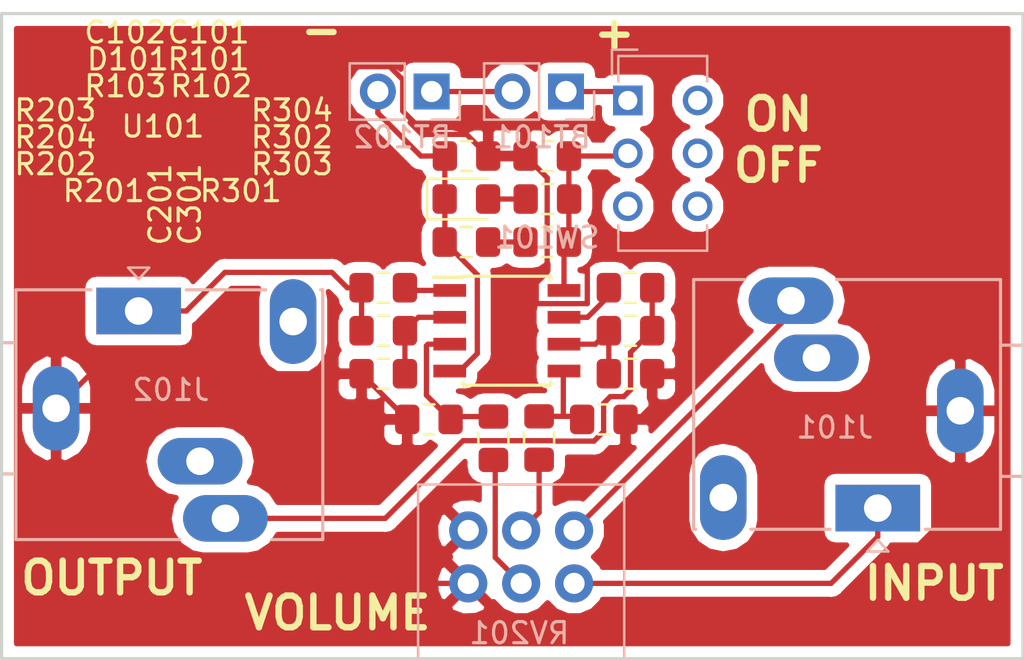
<source format=kicad_pcb>
(kicad_pcb (version 20171130) (host pcbnew 5.0.2-bee76a0~70~ubuntu18.04.1)

  (general
    (thickness 1.6)
    (drawings 10)
    (tracks 112)
    (zones 0)
    (modules 23)
    (nets 20)
  )

  (page A4)
  (layers
    (0 F.Cu signal)
    (31 B.Cu signal hide)
    (32 B.Adhes user hide)
    (33 F.Adhes user)
    (34 B.Paste user hide)
    (35 F.Paste user)
    (36 B.SilkS user hide)
    (37 F.SilkS user)
    (38 B.Mask user hide)
    (39 F.Mask user)
    (40 Dwgs.User user)
    (41 Cmts.User user)
    (42 Eco1.User user)
    (43 Eco2.User user)
    (44 Edge.Cuts user)
    (45 Margin user)
    (46 B.CrtYd user)
    (47 F.CrtYd user)
    (48 B.Fab user hide)
    (49 F.Fab user hide)
  )

  (setup
    (last_trace_width 0.25)
    (trace_clearance 0.2)
    (zone_clearance 0.508)
    (zone_45_only no)
    (trace_min 0.2)
    (segment_width 0.2)
    (edge_width 0.15)
    (via_size 0.8)
    (via_drill 0.4)
    (via_min_size 0.4)
    (via_min_drill 0.3)
    (uvia_size 0.3)
    (uvia_drill 0.1)
    (uvias_allowed no)
    (uvia_min_size 0.2)
    (uvia_min_drill 0.1)
    (pcb_text_width 0.3)
    (pcb_text_size 1.5 1.5)
    (mod_edge_width 0.15)
    (mod_text_size 1 1)
    (mod_text_width 0.15)
    (pad_size 1.524 1.524)
    (pad_drill 0.762)
    (pad_to_mask_clearance 0.051)
    (solder_mask_min_width 0.25)
    (aux_axis_origin 0 0)
    (visible_elements FFFFFF7F)
    (pcbplotparams
      (layerselection 0x010a8_7fffffff)
      (usegerberextensions false)
      (usegerberattributes false)
      (usegerberadvancedattributes false)
      (creategerberjobfile false)
      (excludeedgelayer true)
      (linewidth 0.100000)
      (plotframeref false)
      (viasonmask false)
      (mode 1)
      (useauxorigin false)
      (hpglpennumber 1)
      (hpglpenspeed 20)
      (hpglpendiameter 15.000000)
      (psnegative false)
      (psa4output false)
      (plotreference true)
      (plotvalue true)
      (plotinvisibletext false)
      (padsonsilk false)
      (subtractmaskfromsilk false)
      (outputformat 1)
      (mirror false)
      (drillshape 0)
      (scaleselection 1)
      (outputdirectory "gerbers/"))
  )

  (net 0 "")
  (net 1 "Net-(BT101-Pad2)")
  (net 2 "Net-(BT101-Pad1)")
  (net 3 -9V)
  (net 4 +9V)
  (net 5 Earth)
  (net 6 "Net-(C201-Pad1)")
  (net 7 "Net-(C201-Pad2)")
  (net 8 "Net-(C301-Pad2)")
  (net 9 "Net-(C301-Pad1)")
  (net 10 "Net-(D101-Pad2)")
  (net 11 /sheet5C71BC7F/IN)
  (net 12 /cmoy_channel/IN)
  (net 13 /cmoy_channel/OUT)
  (net 14 /sheet5C71BC7F/OUT)
  (net 15 "Net-(R102-Pad2)")
  (net 16 "Net-(R202-Pad1)")
  (net 17 "Net-(R204-Pad1)")
  (net 18 "Net-(R302-Pad1)")
  (net 19 "Net-(R304-Pad1)")

  (net_class Default "This is the default net class."
    (clearance 0.2)
    (trace_width 0.25)
    (via_dia 0.8)
    (via_drill 0.4)
    (uvia_dia 0.3)
    (uvia_drill 0.1)
    (add_net +9V)
    (add_net -9V)
    (add_net /cmoy_channel/IN)
    (add_net /cmoy_channel/OUT)
    (add_net /sheet5C71BC7F/IN)
    (add_net /sheet5C71BC7F/OUT)
    (add_net Earth)
    (add_net "Net-(BT101-Pad1)")
    (add_net "Net-(BT101-Pad2)")
    (add_net "Net-(C201-Pad1)")
    (add_net "Net-(C201-Pad2)")
    (add_net "Net-(C301-Pad1)")
    (add_net "Net-(C301-Pad2)")
    (add_net "Net-(D101-Pad2)")
    (add_net "Net-(R102-Pad2)")
    (add_net "Net-(R202-Pad1)")
    (add_net "Net-(R204-Pad1)")
    (add_net "Net-(R302-Pad1)")
    (add_net "Net-(R304-Pad1)")
  )

  (module Connector_PinHeader_2.54mm:PinHeader_1x02_P2.54mm_Vertical (layer B.Cu) (tedit 59FED5CC) (tstamp 5CA532A5)
    (at 128.27 79.883 90)
    (descr "Through hole straight pin header, 1x02, 2.54mm pitch, single row")
    (tags "Through hole pin header THT 1x02 2.54mm single row")
    (path /5C723B07)
    (fp_text reference BT101 (at -2.159 -1.143) (layer B.SilkS)
      (effects (font (size 1 1) (thickness 0.15)) (justify mirror))
    )
    (fp_text value Battery_Cell (at 0 -4.87 90) (layer B.Fab)
      (effects (font (size 1 1) (thickness 0.15)) (justify mirror))
    )
    (fp_text user %R (at 0 -1.27) (layer B.Fab)
      (effects (font (size 1 1) (thickness 0.15)) (justify mirror))
    )
    (fp_line (start 1.8 1.8) (end -1.8 1.8) (layer B.CrtYd) (width 0.05))
    (fp_line (start 1.8 -4.35) (end 1.8 1.8) (layer B.CrtYd) (width 0.05))
    (fp_line (start -1.8 -4.35) (end 1.8 -4.35) (layer B.CrtYd) (width 0.05))
    (fp_line (start -1.8 1.8) (end -1.8 -4.35) (layer B.CrtYd) (width 0.05))
    (fp_line (start -1.33 1.33) (end 0 1.33) (layer B.SilkS) (width 0.12))
    (fp_line (start -1.33 0) (end -1.33 1.33) (layer B.SilkS) (width 0.12))
    (fp_line (start -1.33 -1.27) (end 1.33 -1.27) (layer B.SilkS) (width 0.12))
    (fp_line (start 1.33 -1.27) (end 1.33 -3.87) (layer B.SilkS) (width 0.12))
    (fp_line (start -1.33 -1.27) (end -1.33 -3.87) (layer B.SilkS) (width 0.12))
    (fp_line (start -1.33 -3.87) (end 1.33 -3.87) (layer B.SilkS) (width 0.12))
    (fp_line (start -1.27 0.635) (end -0.635 1.27) (layer B.Fab) (width 0.1))
    (fp_line (start -1.27 -3.81) (end -1.27 0.635) (layer B.Fab) (width 0.1))
    (fp_line (start 1.27 -3.81) (end -1.27 -3.81) (layer B.Fab) (width 0.1))
    (fp_line (start 1.27 1.27) (end 1.27 -3.81) (layer B.Fab) (width 0.1))
    (fp_line (start -0.635 1.27) (end 1.27 1.27) (layer B.Fab) (width 0.1))
    (pad 2 thru_hole oval (at 0 -2.54 90) (size 1.7 1.7) (drill 1) (layers *.Cu *.Mask)
      (net 1 "Net-(BT101-Pad2)"))
    (pad 1 thru_hole rect (at 0 0 90) (size 1.7 1.7) (drill 1) (layers *.Cu *.Mask)
      (net 2 "Net-(BT101-Pad1)"))
    (model ${KISYS3DMOD}/Connector_PinHeader_2.54mm.3dshapes/PinHeader_1x02_P2.54mm_Vertical.wrl
      (at (xyz 0 0 0))
      (scale (xyz 1 1 1))
      (rotate (xyz 0 0 0))
    )
  )

  (module Connector_PinHeader_2.54mm:PinHeader_1x02_P2.54mm_Vertical (layer B.Cu) (tedit 59FED5CC) (tstamp 5CA53290)
    (at 121.92 79.883 90)
    (descr "Through hole straight pin header, 1x02, 2.54mm pitch, single row")
    (tags "Through hole pin header THT 1x02 2.54mm single row")
    (path /5C723A29)
    (fp_text reference BT102 (at -2.159 -1.397) (layer B.SilkS)
      (effects (font (size 1 1) (thickness 0.15)) (justify mirror))
    )
    (fp_text value Battery_Cell (at 0 -4.87 90) (layer B.Fab)
      (effects (font (size 1 1) (thickness 0.15)) (justify mirror))
    )
    (fp_line (start -0.635 1.27) (end 1.27 1.27) (layer B.Fab) (width 0.1))
    (fp_line (start 1.27 1.27) (end 1.27 -3.81) (layer B.Fab) (width 0.1))
    (fp_line (start 1.27 -3.81) (end -1.27 -3.81) (layer B.Fab) (width 0.1))
    (fp_line (start -1.27 -3.81) (end -1.27 0.635) (layer B.Fab) (width 0.1))
    (fp_line (start -1.27 0.635) (end -0.635 1.27) (layer B.Fab) (width 0.1))
    (fp_line (start -1.33 -3.87) (end 1.33 -3.87) (layer B.SilkS) (width 0.12))
    (fp_line (start -1.33 -1.27) (end -1.33 -3.87) (layer B.SilkS) (width 0.12))
    (fp_line (start 1.33 -1.27) (end 1.33 -3.87) (layer B.SilkS) (width 0.12))
    (fp_line (start -1.33 -1.27) (end 1.33 -1.27) (layer B.SilkS) (width 0.12))
    (fp_line (start -1.33 0) (end -1.33 1.33) (layer B.SilkS) (width 0.12))
    (fp_line (start -1.33 1.33) (end 0 1.33) (layer B.SilkS) (width 0.12))
    (fp_line (start -1.8 1.8) (end -1.8 -4.35) (layer B.CrtYd) (width 0.05))
    (fp_line (start -1.8 -4.35) (end 1.8 -4.35) (layer B.CrtYd) (width 0.05))
    (fp_line (start 1.8 -4.35) (end 1.8 1.8) (layer B.CrtYd) (width 0.05))
    (fp_line (start 1.8 1.8) (end -1.8 1.8) (layer B.CrtYd) (width 0.05))
    (fp_text user %R (at 0 -1.27) (layer B.Fab)
      (effects (font (size 1 1) (thickness 0.15)) (justify mirror))
    )
    (pad 1 thru_hole rect (at 0 0 90) (size 1.7 1.7) (drill 1) (layers *.Cu *.Mask)
      (net 1 "Net-(BT101-Pad2)"))
    (pad 2 thru_hole oval (at 0 -2.54 90) (size 1.7 1.7) (drill 1) (layers *.Cu *.Mask)
      (net 3 -9V))
    (model ${KISYS3DMOD}/Connector_PinHeader_2.54mm.3dshapes/PinHeader_1x02_P2.54mm_Vertical.wrl
      (at (xyz 0 0 0))
      (scale (xyz 1 1 1))
      (rotate (xyz 0 0 0))
    )
  )

  (module Capacitor_SMD:C_0805_2012Metric_Pad1.15x1.40mm_HandSolder (layer F.Cu) (tedit 5B36C52B) (tstamp 5CA36E5F)
    (at 127.381 82.931 180)
    (descr "Capacitor SMD 0805 (2012 Metric), square (rectangular) end terminal, IPC_7351 nominal with elongated pad for handsoldering. (Body size source: https://docs.google.com/spreadsheets/d/1BsfQQcO9C6DZCsRaXUlFlo91Tg2WpOkGARC1WS5S8t0/edit?usp=sharing), generated with kicad-footprint-generator")
    (tags "capacitor handsolder")
    (path /5C7198F5)
    (attr smd)
    (fp_text reference C101 (at 16.002 5.842 180) (layer F.SilkS)
      (effects (font (size 1 1) (thickness 0.15)))
    )
    (fp_text value CP1_Small (at 0 1.65 180) (layer F.Fab)
      (effects (font (size 1 1) (thickness 0.15)))
    )
    (fp_line (start -1 0.6) (end -1 -0.6) (layer F.Fab) (width 0.1))
    (fp_line (start -1 -0.6) (end 1 -0.6) (layer F.Fab) (width 0.1))
    (fp_line (start 1 -0.6) (end 1 0.6) (layer F.Fab) (width 0.1))
    (fp_line (start 1 0.6) (end -1 0.6) (layer F.Fab) (width 0.1))
    (fp_line (start -0.261252 -0.71) (end 0.261252 -0.71) (layer F.SilkS) (width 0.12))
    (fp_line (start -0.261252 0.71) (end 0.261252 0.71) (layer F.SilkS) (width 0.12))
    (fp_line (start -1.85 0.95) (end -1.85 -0.95) (layer F.CrtYd) (width 0.05))
    (fp_line (start -1.85 -0.95) (end 1.85 -0.95) (layer F.CrtYd) (width 0.05))
    (fp_line (start 1.85 -0.95) (end 1.85 0.95) (layer F.CrtYd) (width 0.05))
    (fp_line (start 1.85 0.95) (end -1.85 0.95) (layer F.CrtYd) (width 0.05))
    (fp_text user %R (at 0 0 180) (layer F.Fab)
      (effects (font (size 0.5 0.5) (thickness 0.08)))
    )
    (pad 1 smd roundrect (at -1.025 0 180) (size 1.15 1.4) (layers F.Cu F.Paste F.Mask) (roundrect_rratio 0.217391)
      (net 4 +9V))
    (pad 2 smd roundrect (at 1.025 0 180) (size 1.15 1.4) (layers F.Cu F.Paste F.Mask) (roundrect_rratio 0.217391)
      (net 5 Earth))
    (model ${KISYS3DMOD}/Capacitor_SMD.3dshapes/C_0805_2012Metric.wrl
      (at (xyz 0 0 0))
      (scale (xyz 1 1 1))
      (rotate (xyz 0 0 0))
    )
  )

  (module Capacitor_SMD:C_0805_2012Metric_Pad1.15x1.40mm_HandSolder (layer F.Cu) (tedit 5B36C52B) (tstamp 5CA36E70)
    (at 123.571 82.931 180)
    (descr "Capacitor SMD 0805 (2012 Metric), square (rectangular) end terminal, IPC_7351 nominal with elongated pad for handsoldering. (Body size source: https://docs.google.com/spreadsheets/d/1BsfQQcO9C6DZCsRaXUlFlo91Tg2WpOkGARC1WS5S8t0/edit?usp=sharing), generated with kicad-footprint-generator")
    (tags "capacitor handsolder")
    (path /5C719939)
    (attr smd)
    (fp_text reference C102 (at 16.129 5.842 180) (layer F.SilkS)
      (effects (font (size 1 1) (thickness 0.15)))
    )
    (fp_text value CP1_Small (at 0 1.65 180) (layer F.Fab)
      (effects (font (size 1 1) (thickness 0.15)))
    )
    (fp_text user %R (at 0 0 180) (layer F.Fab)
      (effects (font (size 0.5 0.5) (thickness 0.08)))
    )
    (fp_line (start 1.85 0.95) (end -1.85 0.95) (layer F.CrtYd) (width 0.05))
    (fp_line (start 1.85 -0.95) (end 1.85 0.95) (layer F.CrtYd) (width 0.05))
    (fp_line (start -1.85 -0.95) (end 1.85 -0.95) (layer F.CrtYd) (width 0.05))
    (fp_line (start -1.85 0.95) (end -1.85 -0.95) (layer F.CrtYd) (width 0.05))
    (fp_line (start -0.261252 0.71) (end 0.261252 0.71) (layer F.SilkS) (width 0.12))
    (fp_line (start -0.261252 -0.71) (end 0.261252 -0.71) (layer F.SilkS) (width 0.12))
    (fp_line (start 1 0.6) (end -1 0.6) (layer F.Fab) (width 0.1))
    (fp_line (start 1 -0.6) (end 1 0.6) (layer F.Fab) (width 0.1))
    (fp_line (start -1 -0.6) (end 1 -0.6) (layer F.Fab) (width 0.1))
    (fp_line (start -1 0.6) (end -1 -0.6) (layer F.Fab) (width 0.1))
    (pad 2 smd roundrect (at 1.025 0 180) (size 1.15 1.4) (layers F.Cu F.Paste F.Mask) (roundrect_rratio 0.217391)
      (net 3 -9V))
    (pad 1 smd roundrect (at -1.025 0 180) (size 1.15 1.4) (layers F.Cu F.Paste F.Mask) (roundrect_rratio 0.217391)
      (net 5 Earth))
    (model ${KISYS3DMOD}/Capacitor_SMD.3dshapes/C_0805_2012Metric.wrl
      (at (xyz 0 0 0))
      (scale (xyz 1 1 1))
      (rotate (xyz 0 0 0))
    )
  )

  (module Capacitor_SMD:C_0805_2012Metric_Pad1.15x1.40mm_HandSolder (layer F.Cu) (tedit 5B36C52B) (tstamp 5CA384FB)
    (at 124.841 96.266 270)
    (descr "Capacitor SMD 0805 (2012 Metric), square (rectangular) end terminal, IPC_7351 nominal with elongated pad for handsoldering. (Body size source: https://docs.google.com/spreadsheets/d/1BsfQQcO9C6DZCsRaXUlFlo91Tg2WpOkGARC1WS5S8t0/edit?usp=sharing), generated with kicad-footprint-generator")
    (tags "capacitor handsolder")
    (path /5C71AB92/5C71AE41)
    (attr smd)
    (fp_text reference C201 (at -11.049 15.748 270) (layer F.SilkS)
      (effects (font (size 1 1) (thickness 0.15)))
    )
    (fp_text value C_Small (at 0 1.65 270) (layer F.Fab)
      (effects (font (size 1 1) (thickness 0.15)))
    )
    (fp_line (start -1 0.6) (end -1 -0.6) (layer F.Fab) (width 0.1))
    (fp_line (start -1 -0.6) (end 1 -0.6) (layer F.Fab) (width 0.1))
    (fp_line (start 1 -0.6) (end 1 0.6) (layer F.Fab) (width 0.1))
    (fp_line (start 1 0.6) (end -1 0.6) (layer F.Fab) (width 0.1))
    (fp_line (start -0.261252 -0.71) (end 0.261252 -0.71) (layer F.SilkS) (width 0.12))
    (fp_line (start -0.261252 0.71) (end 0.261252 0.71) (layer F.SilkS) (width 0.12))
    (fp_line (start -1.85 0.95) (end -1.85 -0.95) (layer F.CrtYd) (width 0.05))
    (fp_line (start -1.85 -0.95) (end 1.85 -0.95) (layer F.CrtYd) (width 0.05))
    (fp_line (start 1.85 -0.95) (end 1.85 0.95) (layer F.CrtYd) (width 0.05))
    (fp_line (start 1.85 0.95) (end -1.85 0.95) (layer F.CrtYd) (width 0.05))
    (fp_text user %R (at 0 0 270) (layer F.Fab)
      (effects (font (size 0.5 0.5) (thickness 0.08)))
    )
    (pad 1 smd roundrect (at -1.025 0 270) (size 1.15 1.4) (layers F.Cu F.Paste F.Mask) (roundrect_rratio 0.217391)
      (net 6 "Net-(C201-Pad1)"))
    (pad 2 smd roundrect (at 1.025 0 270) (size 1.15 1.4) (layers F.Cu F.Paste F.Mask) (roundrect_rratio 0.217391)
      (net 7 "Net-(C201-Pad2)"))
    (model ${KISYS3DMOD}/Capacitor_SMD.3dshapes/C_0805_2012Metric.wrl
      (at (xyz 0 0 0))
      (scale (xyz 1 1 1))
      (rotate (xyz 0 0 0))
    )
  )

  (module Capacitor_SMD:C_0805_2012Metric_Pad1.15x1.40mm_HandSolder (layer F.Cu) (tedit 5B36C52B) (tstamp 5CA3855B)
    (at 127 96.257 270)
    (descr "Capacitor SMD 0805 (2012 Metric), square (rectangular) end terminal, IPC_7351 nominal with elongated pad for handsoldering. (Body size source: https://docs.google.com/spreadsheets/d/1BsfQQcO9C6DZCsRaXUlFlo91Tg2WpOkGARC1WS5S8t0/edit?usp=sharing), generated with kicad-footprint-generator")
    (tags "capacitor handsolder")
    (path /5C71BC7F/5C71AE41)
    (attr smd)
    (fp_text reference C301 (at -11.04 16.51 90) (layer F.SilkS)
      (effects (font (size 1 1) (thickness 0.15)))
    )
    (fp_text value C_Small (at 0 1.65 270) (layer F.Fab)
      (effects (font (size 1 1) (thickness 0.15)))
    )
    (fp_text user %R (at 0 0 270) (layer F.Fab)
      (effects (font (size 0.5 0.5) (thickness 0.08)))
    )
    (fp_line (start 1.85 0.95) (end -1.85 0.95) (layer F.CrtYd) (width 0.05))
    (fp_line (start 1.85 -0.95) (end 1.85 0.95) (layer F.CrtYd) (width 0.05))
    (fp_line (start -1.85 -0.95) (end 1.85 -0.95) (layer F.CrtYd) (width 0.05))
    (fp_line (start -1.85 0.95) (end -1.85 -0.95) (layer F.CrtYd) (width 0.05))
    (fp_line (start -0.261252 0.71) (end 0.261252 0.71) (layer F.SilkS) (width 0.12))
    (fp_line (start -0.261252 -0.71) (end 0.261252 -0.71) (layer F.SilkS) (width 0.12))
    (fp_line (start 1 0.6) (end -1 0.6) (layer F.Fab) (width 0.1))
    (fp_line (start 1 -0.6) (end 1 0.6) (layer F.Fab) (width 0.1))
    (fp_line (start -1 -0.6) (end 1 -0.6) (layer F.Fab) (width 0.1))
    (fp_line (start -1 0.6) (end -1 -0.6) (layer F.Fab) (width 0.1))
    (pad 2 smd roundrect (at 1.025 0 270) (size 1.15 1.4) (layers F.Cu F.Paste F.Mask) (roundrect_rratio 0.217391)
      (net 8 "Net-(C301-Pad2)"))
    (pad 1 smd roundrect (at -1.025 0 270) (size 1.15 1.4) (layers F.Cu F.Paste F.Mask) (roundrect_rratio 0.217391)
      (net 9 "Net-(C301-Pad1)"))
    (model ${KISYS3DMOD}/Capacitor_SMD.3dshapes/C_0805_2012Metric.wrl
      (at (xyz 0 0 0))
      (scale (xyz 1 1 1))
      (rotate (xyz 0 0 0))
    )
  )

  (module LED_SMD:LED_0805_2012Metric_Pad1.15x1.40mm_HandSolder (layer F.Cu) (tedit 5B4B45C9) (tstamp 5CA36EA5)
    (at 123.562 84.963)
    (descr "LED SMD 0805 (2012 Metric), square (rectangular) end terminal, IPC_7351 nominal, (Body size source: https://docs.google.com/spreadsheets/d/1BsfQQcO9C6DZCsRaXUlFlo91Tg2WpOkGARC1WS5S8t0/edit?usp=sharing), generated with kicad-footprint-generator")
    (tags "LED handsolder")
    (path /5C7196FA)
    (attr smd)
    (fp_text reference D101 (at -15.993 -6.604) (layer F.SilkS)
      (effects (font (size 1 1) (thickness 0.15)))
    )
    (fp_text value LED (at 0 1.65) (layer F.Fab)
      (effects (font (size 1 1) (thickness 0.15)))
    )
    (fp_line (start 1 -0.6) (end -0.7 -0.6) (layer F.Fab) (width 0.1))
    (fp_line (start -0.7 -0.6) (end -1 -0.3) (layer F.Fab) (width 0.1))
    (fp_line (start -1 -0.3) (end -1 0.6) (layer F.Fab) (width 0.1))
    (fp_line (start -1 0.6) (end 1 0.6) (layer F.Fab) (width 0.1))
    (fp_line (start 1 0.6) (end 1 -0.6) (layer F.Fab) (width 0.1))
    (fp_line (start 1 -0.96) (end -1.86 -0.96) (layer F.SilkS) (width 0.12))
    (fp_line (start -1.86 -0.96) (end -1.86 0.96) (layer F.SilkS) (width 0.12))
    (fp_line (start -1.86 0.96) (end 1 0.96) (layer F.SilkS) (width 0.12))
    (fp_line (start -1.85 0.95) (end -1.85 -0.95) (layer F.CrtYd) (width 0.05))
    (fp_line (start -1.85 -0.95) (end 1.85 -0.95) (layer F.CrtYd) (width 0.05))
    (fp_line (start 1.85 -0.95) (end 1.85 0.95) (layer F.CrtYd) (width 0.05))
    (fp_line (start 1.85 0.95) (end -1.85 0.95) (layer F.CrtYd) (width 0.05))
    (fp_text user %R (at 0 0) (layer F.Fab)
      (effects (font (size 0.5 0.5) (thickness 0.08)))
    )
    (pad 1 smd roundrect (at -1.025 0) (size 1.15 1.4) (layers F.Cu F.Paste F.Mask) (roundrect_rratio 0.217391)
      (net 3 -9V))
    (pad 2 smd roundrect (at 1.025 0) (size 1.15 1.4) (layers F.Cu F.Paste F.Mask) (roundrect_rratio 0.217391)
      (net 10 "Net-(D101-Pad2)"))
    (model ${KISYS3DMOD}/LED_SMD.3dshapes/LED_0805_2012Metric.wrl
      (at (xyz 0 0 0))
      (scale (xyz 1 1 1))
      (rotate (xyz 0 0 0))
    )
  )

  (module Connector_Audio:Jack_3.5mm_Ledino_KB3SPRS_Horizontal (layer B.Cu) (tedit 5BC12D58) (tstamp 5CA36EC8)
    (at 143.002 99.568 180)
    (descr https://www.reichelt.de/index.html?ACTION=7&LA=3&OPEN=0&INDEX=0&FILENAME=C160%252FKB3SPRS.pdf)
    (tags "jack stereo TRS")
    (path /5C71D1FC)
    (fp_text reference J101 (at 2.032 3.81 180) (layer B.SilkS)
      (effects (font (size 1 1) (thickness 0.15)) (justify mirror))
    )
    (fp_text value AudioJack3 (at 2.3 12.2 180) (layer B.Fab)
      (effects (font (size 1 1) (thickness 0.15)) (justify mirror))
    )
    (fp_circle (center 0.1 1.75) (end 0.4 1.55) (layer B.Fab) (width 0.12))
    (fp_line (start 9.1 -2) (end 9.1 11.4) (layer B.CrtYd) (width 0.05))
    (fp_line (start -9.8 11.4) (end -9.8 -2) (layer B.CrtYd) (width 0.05))
    (fp_line (start -9.4 1.5) (end -5.8 1.5) (layer B.SilkS) (width 0.15))
    (fp_line (start -9.4 7.7) (end -9.4 1.5) (layer B.SilkS) (width 0.15))
    (fp_line (start -5.8 7.7) (end -9.4 7.7) (layer B.SilkS) (width 0.15))
    (fp_line (start -5.8 -1) (end -5.8 10.8) (layer B.SilkS) (width 0.15))
    (fp_line (start -2.25 -1) (end -5.8 -1) (layer B.SilkS) (width 0.15))
    (fp_line (start 6 -1) (end 2.25 -1) (layer B.SilkS) (width 0.15))
    (fp_line (start 8.7 -1) (end 8.6 -1) (layer B.SilkS) (width 0.15))
    (fp_line (start 8.7 10.8) (end 8.7 -1) (layer B.SilkS) (width 0.15))
    (fp_line (start 6.3 10.8) (end 8.7 10.8) (layer B.SilkS) (width 0.15))
    (fp_line (start -5.8 10.8) (end 1.95 10.8) (layer B.SilkS) (width 0.15))
    (fp_line (start 9.1 11.4) (end -9.8 11.4) (layer B.CrtYd) (width 0.05))
    (fp_line (start -9.8 -2) (end 9.1 -2) (layer B.CrtYd) (width 0.05))
    (fp_line (start 8.6 10.7) (end -5.7 10.7) (layer B.Fab) (width 0.1))
    (fp_line (start 8.6 -0.9) (end 8.6 10.7) (layer B.Fab) (width 0.1))
    (fp_line (start -5.7 -0.9) (end 8.6 -0.9) (layer B.Fab) (width 0.1))
    (fp_line (start -5.7 10.7) (end -5.7 -0.9) (layer B.Fab) (width 0.1))
    (fp_line (start -9.3 7.6) (end -5.7 7.6) (layer B.Fab) (width 0.1))
    (fp_line (start -9.3 1.6) (end -5.7 1.6) (layer B.Fab) (width 0.1))
    (fp_line (start -9.3 7.6) (end -9.3 1.6) (layer B.Fab) (width 0.1))
    (fp_line (start 0 -1.5) (end -0.5 -2.05) (layer B.SilkS) (width 0.12))
    (fp_line (start -0.5 -2.05) (end 0.5 -2.05) (layer B.SilkS) (width 0.12))
    (fp_line (start 0.5 -2.05) (end 0 -1.5) (layer B.SilkS) (width 0.12))
    (fp_text user %R (at 2.7 4.6 180) (layer B.Fab)
      (effects (font (size 1 1) (thickness 0.15)) (justify mirror))
    )
    (pad S thru_hole oval (at -3.9 4.6 180) (size 2.2 4) (drill 1.3) (layers *.Cu *.Mask)
      (net 5 Earth))
    (pad R thru_hole oval (at 4.1 9.8 180) (size 4 2.2) (drill 1.3) (layers *.Cu *.Mask)
      (net 11 /sheet5C71BC7F/IN))
    (pad RN thru_hole oval (at 2.9 7.1 180) (size 4 2.2) (drill 1.3) (layers *.Cu *.Mask))
    (pad TN thru_hole oval (at 7.3 0.5 90) (size 4 2.2) (drill 1.3) (layers *.Cu *.Mask))
    (pad T thru_hole rect (at 0 0 180) (size 4 2.2) (drill 1.3) (layers *.Cu *.Mask)
      (net 12 /cmoy_channel/IN))
    (model ${KISYS3DMOD}/Connector_Audio.3dshapes/Jack_3.5mm_Ledino_KB3SPRS_Horizontal.wrl
      (at (xyz 0 0 0))
      (scale (xyz 1 1 1))
      (rotate (xyz 0 0 0))
    )
  )

  (module Connector_Audio:Jack_3.5mm_Ledino_KB3SPRS_Horizontal (layer B.Cu) (tedit 5BC12D58) (tstamp 5CA36EEB)
    (at 108.077 90.253)
    (descr https://www.reichelt.de/index.html?ACTION=7&LA=3&OPEN=0&INDEX=0&FILENAME=C160%252FKB3SPRS.pdf)
    (tags "jack stereo TRS")
    (path /5C71D914)
    (fp_text reference J102 (at 1.524 3.727) (layer B.SilkS)
      (effects (font (size 1 1) (thickness 0.15)) (justify mirror))
    )
    (fp_text value AudioJack3 (at 2.3 12.2) (layer B.Fab)
      (effects (font (size 1 1) (thickness 0.15)) (justify mirror))
    )
    (fp_text user %R (at 2.7 4.6) (layer B.Fab)
      (effects (font (size 1 1) (thickness 0.15)) (justify mirror))
    )
    (fp_line (start 0.5 -2.05) (end 0 -1.5) (layer B.SilkS) (width 0.12))
    (fp_line (start -0.5 -2.05) (end 0.5 -2.05) (layer B.SilkS) (width 0.12))
    (fp_line (start 0 -1.5) (end -0.5 -2.05) (layer B.SilkS) (width 0.12))
    (fp_line (start -9.3 7.6) (end -9.3 1.6) (layer B.Fab) (width 0.1))
    (fp_line (start -9.3 1.6) (end -5.7 1.6) (layer B.Fab) (width 0.1))
    (fp_line (start -9.3 7.6) (end -5.7 7.6) (layer B.Fab) (width 0.1))
    (fp_line (start -5.7 10.7) (end -5.7 -0.9) (layer B.Fab) (width 0.1))
    (fp_line (start -5.7 -0.9) (end 8.6 -0.9) (layer B.Fab) (width 0.1))
    (fp_line (start 8.6 -0.9) (end 8.6 10.7) (layer B.Fab) (width 0.1))
    (fp_line (start 8.6 10.7) (end -5.7 10.7) (layer B.Fab) (width 0.1))
    (fp_line (start -9.8 -2) (end 9.1 -2) (layer B.CrtYd) (width 0.05))
    (fp_line (start 9.1 11.4) (end -9.8 11.4) (layer B.CrtYd) (width 0.05))
    (fp_line (start -5.8 10.8) (end 1.95 10.8) (layer B.SilkS) (width 0.15))
    (fp_line (start 6.3 10.8) (end 8.7 10.8) (layer B.SilkS) (width 0.15))
    (fp_line (start 8.7 10.8) (end 8.7 -1) (layer B.SilkS) (width 0.15))
    (fp_line (start 8.7 -1) (end 8.6 -1) (layer B.SilkS) (width 0.15))
    (fp_line (start 6 -1) (end 2.25 -1) (layer B.SilkS) (width 0.15))
    (fp_line (start -2.25 -1) (end -5.8 -1) (layer B.SilkS) (width 0.15))
    (fp_line (start -5.8 -1) (end -5.8 10.8) (layer B.SilkS) (width 0.15))
    (fp_line (start -5.8 7.7) (end -9.4 7.7) (layer B.SilkS) (width 0.15))
    (fp_line (start -9.4 7.7) (end -9.4 1.5) (layer B.SilkS) (width 0.15))
    (fp_line (start -9.4 1.5) (end -5.8 1.5) (layer B.SilkS) (width 0.15))
    (fp_line (start -9.8 11.4) (end -9.8 -2) (layer B.CrtYd) (width 0.05))
    (fp_line (start 9.1 -2) (end 9.1 11.4) (layer B.CrtYd) (width 0.05))
    (fp_circle (center 0.1 1.75) (end 0.4 1.55) (layer B.Fab) (width 0.12))
    (pad T thru_hole rect (at 0 0) (size 4 2.2) (drill 1.3) (layers *.Cu *.Mask)
      (net 13 /cmoy_channel/OUT))
    (pad TN thru_hole oval (at 7.3 0.5 270) (size 4 2.2) (drill 1.3) (layers *.Cu *.Mask))
    (pad RN thru_hole oval (at 2.9 7.1) (size 4 2.2) (drill 1.3) (layers *.Cu *.Mask))
    (pad R thru_hole oval (at 4.1 9.8) (size 4 2.2) (drill 1.3) (layers *.Cu *.Mask)
      (net 14 /sheet5C71BC7F/OUT))
    (pad S thru_hole oval (at -3.9 4.6) (size 2.2 4) (drill 1.3) (layers *.Cu *.Mask)
      (net 5 Earth))
    (model ${KISYS3DMOD}/Connector_Audio.3dshapes/Jack_3.5mm_Ledino_KB3SPRS_Horizontal.wrl
      (at (xyz 0 0 0))
      (scale (xyz 1 1 1))
      (rotate (xyz 0 0 0))
    )
  )

  (module Resistor_SMD:R_0805_2012Metric_Pad1.15x1.40mm_HandSolder (layer F.Cu) (tedit 5B36C52B) (tstamp 5CA36EFC)
    (at 127.39 84.963 180)
    (descr "Resistor SMD 0805 (2012 Metric), square (rectangular) end terminal, IPC_7351 nominal with elongated pad for handsoldering. (Body size source: https://docs.google.com/spreadsheets/d/1BsfQQcO9C6DZCsRaXUlFlo91Tg2WpOkGARC1WS5S8t0/edit?usp=sharing), generated with kicad-footprint-generator")
    (tags "resistor handsolder")
    (path /5C71961F)
    (attr smd)
    (fp_text reference R101 (at 16.011 6.604 180) (layer F.SilkS)
      (effects (font (size 1 1) (thickness 0.15)))
    )
    (fp_text value R_Small (at 0 1.65 180) (layer F.Fab)
      (effects (font (size 1 1) (thickness 0.15)))
    )
    (fp_line (start -1 0.6) (end -1 -0.6) (layer F.Fab) (width 0.1))
    (fp_line (start -1 -0.6) (end 1 -0.6) (layer F.Fab) (width 0.1))
    (fp_line (start 1 -0.6) (end 1 0.6) (layer F.Fab) (width 0.1))
    (fp_line (start 1 0.6) (end -1 0.6) (layer F.Fab) (width 0.1))
    (fp_line (start -0.261252 -0.71) (end 0.261252 -0.71) (layer F.SilkS) (width 0.12))
    (fp_line (start -0.261252 0.71) (end 0.261252 0.71) (layer F.SilkS) (width 0.12))
    (fp_line (start -1.85 0.95) (end -1.85 -0.95) (layer F.CrtYd) (width 0.05))
    (fp_line (start -1.85 -0.95) (end 1.85 -0.95) (layer F.CrtYd) (width 0.05))
    (fp_line (start 1.85 -0.95) (end 1.85 0.95) (layer F.CrtYd) (width 0.05))
    (fp_line (start 1.85 0.95) (end -1.85 0.95) (layer F.CrtYd) (width 0.05))
    (fp_text user %R (at 0 0 180) (layer F.Fab)
      (effects (font (size 0.5 0.5) (thickness 0.08)))
    )
    (pad 1 smd roundrect (at -1.025 0 180) (size 1.15 1.4) (layers F.Cu F.Paste F.Mask) (roundrect_rratio 0.217391)
      (net 4 +9V))
    (pad 2 smd roundrect (at 1.025 0 180) (size 1.15 1.4) (layers F.Cu F.Paste F.Mask) (roundrect_rratio 0.217391)
      (net 10 "Net-(D101-Pad2)"))
    (model ${KISYS3DMOD}/Resistor_SMD.3dshapes/R_0805_2012Metric.wrl
      (at (xyz 0 0 0))
      (scale (xyz 1 1 1))
      (rotate (xyz 0 0 0))
    )
  )

  (module Resistor_SMD:R_0805_2012Metric_Pad1.15x1.40mm_HandSolder (layer F.Cu) (tedit 5B36C52B) (tstamp 5CA36F0D)
    (at 127.381 86.995 180)
    (descr "Resistor SMD 0805 (2012 Metric), square (rectangular) end terminal, IPC_7351 nominal with elongated pad for handsoldering. (Body size source: https://docs.google.com/spreadsheets/d/1BsfQQcO9C6DZCsRaXUlFlo91Tg2WpOkGARC1WS5S8t0/edit?usp=sharing), generated with kicad-footprint-generator")
    (tags "resistor handsolder")
    (path /5C7197A1)
    (attr smd)
    (fp_text reference R102 (at 15.875 7.366 180) (layer F.SilkS)
      (effects (font (size 1 1) (thickness 0.15)))
    )
    (fp_text value R_Small (at 0 1.65 180) (layer F.Fab)
      (effects (font (size 1 1) (thickness 0.15)))
    )
    (fp_line (start -1 0.6) (end -1 -0.6) (layer F.Fab) (width 0.1))
    (fp_line (start -1 -0.6) (end 1 -0.6) (layer F.Fab) (width 0.1))
    (fp_line (start 1 -0.6) (end 1 0.6) (layer F.Fab) (width 0.1))
    (fp_line (start 1 0.6) (end -1 0.6) (layer F.Fab) (width 0.1))
    (fp_line (start -0.261252 -0.71) (end 0.261252 -0.71) (layer F.SilkS) (width 0.12))
    (fp_line (start -0.261252 0.71) (end 0.261252 0.71) (layer F.SilkS) (width 0.12))
    (fp_line (start -1.85 0.95) (end -1.85 -0.95) (layer F.CrtYd) (width 0.05))
    (fp_line (start -1.85 -0.95) (end 1.85 -0.95) (layer F.CrtYd) (width 0.05))
    (fp_line (start 1.85 -0.95) (end 1.85 0.95) (layer F.CrtYd) (width 0.05))
    (fp_line (start 1.85 0.95) (end -1.85 0.95) (layer F.CrtYd) (width 0.05))
    (fp_text user %R (at 0 0 180) (layer F.Fab)
      (effects (font (size 0.5 0.5) (thickness 0.08)))
    )
    (pad 1 smd roundrect (at -1.025 0 180) (size 1.15 1.4) (layers F.Cu F.Paste F.Mask) (roundrect_rratio 0.217391)
      (net 4 +9V))
    (pad 2 smd roundrect (at 1.025 0 180) (size 1.15 1.4) (layers F.Cu F.Paste F.Mask) (roundrect_rratio 0.217391)
      (net 15 "Net-(R102-Pad2)"))
    (model ${KISYS3DMOD}/Resistor_SMD.3dshapes/R_0805_2012Metric.wrl
      (at (xyz 0 0 0))
      (scale (xyz 1 1 1))
      (rotate (xyz 0 0 0))
    )
  )

  (module Resistor_SMD:R_0805_2012Metric_Pad1.15x1.40mm_HandSolder (layer F.Cu) (tedit 5B36C52B) (tstamp 5CA36F1E)
    (at 123.562 86.995 180)
    (descr "Resistor SMD 0805 (2012 Metric), square (rectangular) end terminal, IPC_7351 nominal with elongated pad for handsoldering. (Body size source: https://docs.google.com/spreadsheets/d/1BsfQQcO9C6DZCsRaXUlFlo91Tg2WpOkGARC1WS5S8t0/edit?usp=sharing), generated with kicad-footprint-generator")
    (tags "resistor handsolder")
    (path /5C7197D9)
    (attr smd)
    (fp_text reference R103 (at 16.12 7.366 180) (layer F.SilkS)
      (effects (font (size 1 1) (thickness 0.15)))
    )
    (fp_text value R_Small (at 0 1.65 180) (layer F.Fab)
      (effects (font (size 1 1) (thickness 0.15)))
    )
    (fp_text user %R (at 0 0 180) (layer F.Fab)
      (effects (font (size 0.5 0.5) (thickness 0.08)))
    )
    (fp_line (start 1.85 0.95) (end -1.85 0.95) (layer F.CrtYd) (width 0.05))
    (fp_line (start 1.85 -0.95) (end 1.85 0.95) (layer F.CrtYd) (width 0.05))
    (fp_line (start -1.85 -0.95) (end 1.85 -0.95) (layer F.CrtYd) (width 0.05))
    (fp_line (start -1.85 0.95) (end -1.85 -0.95) (layer F.CrtYd) (width 0.05))
    (fp_line (start -0.261252 0.71) (end 0.261252 0.71) (layer F.SilkS) (width 0.12))
    (fp_line (start -0.261252 -0.71) (end 0.261252 -0.71) (layer F.SilkS) (width 0.12))
    (fp_line (start 1 0.6) (end -1 0.6) (layer F.Fab) (width 0.1))
    (fp_line (start 1 -0.6) (end 1 0.6) (layer F.Fab) (width 0.1))
    (fp_line (start -1 -0.6) (end 1 -0.6) (layer F.Fab) (width 0.1))
    (fp_line (start -1 0.6) (end -1 -0.6) (layer F.Fab) (width 0.1))
    (pad 2 smd roundrect (at 1.025 0 180) (size 1.15 1.4) (layers F.Cu F.Paste F.Mask) (roundrect_rratio 0.217391)
      (net 3 -9V))
    (pad 1 smd roundrect (at -1.025 0 180) (size 1.15 1.4) (layers F.Cu F.Paste F.Mask) (roundrect_rratio 0.217391)
      (net 15 "Net-(R102-Pad2)"))
    (model ${KISYS3DMOD}/Resistor_SMD.3dshapes/R_0805_2012Metric.wrl
      (at (xyz 0 0 0))
      (scale (xyz 1 1 1))
      (rotate (xyz 0 0 0))
    )
  )

  (module Resistor_SMD:R_0805_2012Metric_Pad1.15x1.40mm_HandSolder (layer F.Cu) (tedit 5B36C52B) (tstamp 5CA38459)
    (at 121.793 95.377 180)
    (descr "Resistor SMD 0805 (2012 Metric), square (rectangular) end terminal, IPC_7351 nominal with elongated pad for handsoldering. (Body size source: https://docs.google.com/spreadsheets/d/1BsfQQcO9C6DZCsRaXUlFlo91Tg2WpOkGARC1WS5S8t0/edit?usp=sharing), generated with kicad-footprint-generator")
    (tags "resistor handsolder")
    (path /5C71AB92/5C71AF3E)
    (attr smd)
    (fp_text reference R201 (at 15.367 10.795 180) (layer F.SilkS)
      (effects (font (size 1 1) (thickness 0.15)))
    )
    (fp_text value R_Small (at 0 1.65 180) (layer F.Fab)
      (effects (font (size 1 1) (thickness 0.15)))
    )
    (fp_line (start -1 0.6) (end -1 -0.6) (layer F.Fab) (width 0.1))
    (fp_line (start -1 -0.6) (end 1 -0.6) (layer F.Fab) (width 0.1))
    (fp_line (start 1 -0.6) (end 1 0.6) (layer F.Fab) (width 0.1))
    (fp_line (start 1 0.6) (end -1 0.6) (layer F.Fab) (width 0.1))
    (fp_line (start -0.261252 -0.71) (end 0.261252 -0.71) (layer F.SilkS) (width 0.12))
    (fp_line (start -0.261252 0.71) (end 0.261252 0.71) (layer F.SilkS) (width 0.12))
    (fp_line (start -1.85 0.95) (end -1.85 -0.95) (layer F.CrtYd) (width 0.05))
    (fp_line (start -1.85 -0.95) (end 1.85 -0.95) (layer F.CrtYd) (width 0.05))
    (fp_line (start 1.85 -0.95) (end 1.85 0.95) (layer F.CrtYd) (width 0.05))
    (fp_line (start 1.85 0.95) (end -1.85 0.95) (layer F.CrtYd) (width 0.05))
    (fp_text user %R (at 0 0 180) (layer F.Fab)
      (effects (font (size 0.5 0.5) (thickness 0.08)))
    )
    (pad 1 smd roundrect (at -1.025 0 180) (size 1.15 1.4) (layers F.Cu F.Paste F.Mask) (roundrect_rratio 0.217391)
      (net 6 "Net-(C201-Pad1)"))
    (pad 2 smd roundrect (at 1.025 0 180) (size 1.15 1.4) (layers F.Cu F.Paste F.Mask) (roundrect_rratio 0.217391)
      (net 5 Earth))
    (model ${KISYS3DMOD}/Resistor_SMD.3dshapes/R_0805_2012Metric.wrl
      (at (xyz 0 0 0))
      (scale (xyz 1 1 1))
      (rotate (xyz 0 0 0))
    )
  )

  (module Resistor_SMD:R_0805_2012Metric_Pad1.15x1.40mm_HandSolder (layer F.Cu) (tedit 5B36C52B) (tstamp 5CA36F40)
    (at 119.634 93.218 180)
    (descr "Resistor SMD 0805 (2012 Metric), square (rectangular) end terminal, IPC_7351 nominal with elongated pad for handsoldering. (Body size source: https://docs.google.com/spreadsheets/d/1BsfQQcO9C6DZCsRaXUlFlo91Tg2WpOkGARC1WS5S8t0/edit?usp=sharing), generated with kicad-footprint-generator")
    (tags "resistor handsolder")
    (path /5C71AB92/5C71B29D)
    (attr smd)
    (fp_text reference R202 (at 15.494 9.906 180) (layer F.SilkS)
      (effects (font (size 1 1) (thickness 0.15)))
    )
    (fp_text value R_Small (at 0 1.65 180) (layer F.Fab)
      (effects (font (size 1 1) (thickness 0.15)))
    )
    (fp_text user %R (at 0 0 180) (layer F.Fab)
      (effects (font (size 0.5 0.5) (thickness 0.08)))
    )
    (fp_line (start 1.85 0.95) (end -1.85 0.95) (layer F.CrtYd) (width 0.05))
    (fp_line (start 1.85 -0.95) (end 1.85 0.95) (layer F.CrtYd) (width 0.05))
    (fp_line (start -1.85 -0.95) (end 1.85 -0.95) (layer F.CrtYd) (width 0.05))
    (fp_line (start -1.85 0.95) (end -1.85 -0.95) (layer F.CrtYd) (width 0.05))
    (fp_line (start -0.261252 0.71) (end 0.261252 0.71) (layer F.SilkS) (width 0.12))
    (fp_line (start -0.261252 -0.71) (end 0.261252 -0.71) (layer F.SilkS) (width 0.12))
    (fp_line (start 1 0.6) (end -1 0.6) (layer F.Fab) (width 0.1))
    (fp_line (start 1 -0.6) (end 1 0.6) (layer F.Fab) (width 0.1))
    (fp_line (start -1 -0.6) (end 1 -0.6) (layer F.Fab) (width 0.1))
    (fp_line (start -1 0.6) (end -1 -0.6) (layer F.Fab) (width 0.1))
    (pad 2 smd roundrect (at 1.025 0 180) (size 1.15 1.4) (layers F.Cu F.Paste F.Mask) (roundrect_rratio 0.217391)
      (net 5 Earth))
    (pad 1 smd roundrect (at -1.025 0 180) (size 1.15 1.4) (layers F.Cu F.Paste F.Mask) (roundrect_rratio 0.217391)
      (net 16 "Net-(R202-Pad1)"))
    (model ${KISYS3DMOD}/Resistor_SMD.3dshapes/R_0805_2012Metric.wrl
      (at (xyz 0 0 0))
      (scale (xyz 1 1 1))
      (rotate (xyz 0 0 0))
    )
  )

  (module Resistor_SMD:R_0805_2012Metric_Pad1.15x1.40mm_HandSolder (layer F.Cu) (tedit 5B36C52B) (tstamp 5CA36F51)
    (at 119.634 91.186)
    (descr "Resistor SMD 0805 (2012 Metric), square (rectangular) end terminal, IPC_7351 nominal with elongated pad for handsoldering. (Body size source: https://docs.google.com/spreadsheets/d/1BsfQQcO9C6DZCsRaXUlFlo91Tg2WpOkGARC1WS5S8t0/edit?usp=sharing), generated with kicad-footprint-generator")
    (tags "resistor handsolder")
    (path /5C71AB92/5C71B5A6)
    (attr smd)
    (fp_text reference R203 (at -15.494 -10.414) (layer F.SilkS)
      (effects (font (size 1 1) (thickness 0.15)))
    )
    (fp_text value R_Small (at 0 1.65) (layer F.Fab)
      (effects (font (size 1 1) (thickness 0.15)))
    )
    (fp_line (start -1 0.6) (end -1 -0.6) (layer F.Fab) (width 0.1))
    (fp_line (start -1 -0.6) (end 1 -0.6) (layer F.Fab) (width 0.1))
    (fp_line (start 1 -0.6) (end 1 0.6) (layer F.Fab) (width 0.1))
    (fp_line (start 1 0.6) (end -1 0.6) (layer F.Fab) (width 0.1))
    (fp_line (start -0.261252 -0.71) (end 0.261252 -0.71) (layer F.SilkS) (width 0.12))
    (fp_line (start -0.261252 0.71) (end 0.261252 0.71) (layer F.SilkS) (width 0.12))
    (fp_line (start -1.85 0.95) (end -1.85 -0.95) (layer F.CrtYd) (width 0.05))
    (fp_line (start -1.85 -0.95) (end 1.85 -0.95) (layer F.CrtYd) (width 0.05))
    (fp_line (start 1.85 -0.95) (end 1.85 0.95) (layer F.CrtYd) (width 0.05))
    (fp_line (start 1.85 0.95) (end -1.85 0.95) (layer F.CrtYd) (width 0.05))
    (fp_text user %R (at 0 0) (layer F.Fab)
      (effects (font (size 0.5 0.5) (thickness 0.08)))
    )
    (pad 1 smd roundrect (at -1.025 0) (size 1.15 1.4) (layers F.Cu F.Paste F.Mask) (roundrect_rratio 0.217391)
      (net 13 /cmoy_channel/OUT))
    (pad 2 smd roundrect (at 1.025 0) (size 1.15 1.4) (layers F.Cu F.Paste F.Mask) (roundrect_rratio 0.217391)
      (net 16 "Net-(R202-Pad1)"))
    (model ${KISYS3DMOD}/Resistor_SMD.3dshapes/R_0805_2012Metric.wrl
      (at (xyz 0 0 0))
      (scale (xyz 1 1 1))
      (rotate (xyz 0 0 0))
    )
  )

  (module Resistor_SMD:R_0805_2012Metric_Pad1.15x1.40mm_HandSolder (layer F.Cu) (tedit 5B36C52B) (tstamp 5CA36F62)
    (at 119.634 89.154 180)
    (descr "Resistor SMD 0805 (2012 Metric), square (rectangular) end terminal, IPC_7351 nominal with elongated pad for handsoldering. (Body size source: https://docs.google.com/spreadsheets/d/1BsfQQcO9C6DZCsRaXUlFlo91Tg2WpOkGARC1WS5S8t0/edit?usp=sharing), generated with kicad-footprint-generator")
    (tags "resistor handsolder")
    (path /5C71AB92/5C71B6A4)
    (attr smd)
    (fp_text reference R204 (at 15.494 7.112 180) (layer F.SilkS)
      (effects (font (size 1 1) (thickness 0.15)))
    )
    (fp_text value R_Small (at 0 1.65 180) (layer F.Fab)
      (effects (font (size 1 1) (thickness 0.15)))
    )
    (fp_text user %R (at 0 0 180) (layer F.Fab)
      (effects (font (size 0.5 0.5) (thickness 0.08)))
    )
    (fp_line (start 1.85 0.95) (end -1.85 0.95) (layer F.CrtYd) (width 0.05))
    (fp_line (start 1.85 -0.95) (end 1.85 0.95) (layer F.CrtYd) (width 0.05))
    (fp_line (start -1.85 -0.95) (end 1.85 -0.95) (layer F.CrtYd) (width 0.05))
    (fp_line (start -1.85 0.95) (end -1.85 -0.95) (layer F.CrtYd) (width 0.05))
    (fp_line (start -0.261252 0.71) (end 0.261252 0.71) (layer F.SilkS) (width 0.12))
    (fp_line (start -0.261252 -0.71) (end 0.261252 -0.71) (layer F.SilkS) (width 0.12))
    (fp_line (start 1 0.6) (end -1 0.6) (layer F.Fab) (width 0.1))
    (fp_line (start 1 -0.6) (end 1 0.6) (layer F.Fab) (width 0.1))
    (fp_line (start -1 -0.6) (end 1 -0.6) (layer F.Fab) (width 0.1))
    (fp_line (start -1 0.6) (end -1 -0.6) (layer F.Fab) (width 0.1))
    (pad 2 smd roundrect (at 1.025 0 180) (size 1.15 1.4) (layers F.Cu F.Paste F.Mask) (roundrect_rratio 0.217391)
      (net 13 /cmoy_channel/OUT))
    (pad 1 smd roundrect (at -1.025 0 180) (size 1.15 1.4) (layers F.Cu F.Paste F.Mask) (roundrect_rratio 0.217391)
      (net 17 "Net-(R204-Pad1)"))
    (model ${KISYS3DMOD}/Resistor_SMD.3dshapes/R_0805_2012Metric.wrl
      (at (xyz 0 0 0))
      (scale (xyz 1 1 1))
      (rotate (xyz 0 0 0))
    )
  )

  (module Resistor_SMD:R_0805_2012Metric_Pad1.15x1.40mm_HandSolder (layer F.Cu) (tedit 5B36C52B) (tstamp 5CA3852B)
    (at 130.057 95.377)
    (descr "Resistor SMD 0805 (2012 Metric), square (rectangular) end terminal, IPC_7351 nominal with elongated pad for handsoldering. (Body size source: https://docs.google.com/spreadsheets/d/1BsfQQcO9C6DZCsRaXUlFlo91Tg2WpOkGARC1WS5S8t0/edit?usp=sharing), generated with kicad-footprint-generator")
    (tags "resistor handsolder")
    (path /5C71BC7F/5C71AF3E)
    (attr smd)
    (fp_text reference R301 (at -17.154 -10.795) (layer F.SilkS)
      (effects (font (size 1 1) (thickness 0.15)))
    )
    (fp_text value R_Small (at 0 1.65) (layer F.Fab)
      (effects (font (size 1 1) (thickness 0.15)))
    )
    (fp_line (start -1 0.6) (end -1 -0.6) (layer F.Fab) (width 0.1))
    (fp_line (start -1 -0.6) (end 1 -0.6) (layer F.Fab) (width 0.1))
    (fp_line (start 1 -0.6) (end 1 0.6) (layer F.Fab) (width 0.1))
    (fp_line (start 1 0.6) (end -1 0.6) (layer F.Fab) (width 0.1))
    (fp_line (start -0.261252 -0.71) (end 0.261252 -0.71) (layer F.SilkS) (width 0.12))
    (fp_line (start -0.261252 0.71) (end 0.261252 0.71) (layer F.SilkS) (width 0.12))
    (fp_line (start -1.85 0.95) (end -1.85 -0.95) (layer F.CrtYd) (width 0.05))
    (fp_line (start -1.85 -0.95) (end 1.85 -0.95) (layer F.CrtYd) (width 0.05))
    (fp_line (start 1.85 -0.95) (end 1.85 0.95) (layer F.CrtYd) (width 0.05))
    (fp_line (start 1.85 0.95) (end -1.85 0.95) (layer F.CrtYd) (width 0.05))
    (fp_text user %R (at 0 0) (layer F.Fab)
      (effects (font (size 0.5 0.5) (thickness 0.08)))
    )
    (pad 1 smd roundrect (at -1.025 0) (size 1.15 1.4) (layers F.Cu F.Paste F.Mask) (roundrect_rratio 0.217391)
      (net 9 "Net-(C301-Pad1)"))
    (pad 2 smd roundrect (at 1.025 0) (size 1.15 1.4) (layers F.Cu F.Paste F.Mask) (roundrect_rratio 0.217391)
      (net 5 Earth))
    (model ${KISYS3DMOD}/Resistor_SMD.3dshapes/R_0805_2012Metric.wrl
      (at (xyz 0 0 0))
      (scale (xyz 1 1 1))
      (rotate (xyz 0 0 0))
    )
  )

  (module Resistor_SMD:R_0805_2012Metric_Pad1.15x1.40mm_HandSolder (layer F.Cu) (tedit 5B36C52B) (tstamp 5CA36F84)
    (at 131.318 93.218)
    (descr "Resistor SMD 0805 (2012 Metric), square (rectangular) end terminal, IPC_7351 nominal with elongated pad for handsoldering. (Body size source: https://docs.google.com/spreadsheets/d/1BsfQQcO9C6DZCsRaXUlFlo91Tg2WpOkGARC1WS5S8t0/edit?usp=sharing), generated with kicad-footprint-generator")
    (tags "resistor handsolder")
    (path /5C71BC7F/5C71B29D)
    (attr smd)
    (fp_text reference R302 (at -16.002 -11.176) (layer F.SilkS)
      (effects (font (size 1 1) (thickness 0.15)))
    )
    (fp_text value R_Small (at 0 1.65) (layer F.Fab)
      (effects (font (size 1 1) (thickness 0.15)))
    )
    (fp_text user %R (at 0 0) (layer F.Fab)
      (effects (font (size 0.5 0.5) (thickness 0.08)))
    )
    (fp_line (start 1.85 0.95) (end -1.85 0.95) (layer F.CrtYd) (width 0.05))
    (fp_line (start 1.85 -0.95) (end 1.85 0.95) (layer F.CrtYd) (width 0.05))
    (fp_line (start -1.85 -0.95) (end 1.85 -0.95) (layer F.CrtYd) (width 0.05))
    (fp_line (start -1.85 0.95) (end -1.85 -0.95) (layer F.CrtYd) (width 0.05))
    (fp_line (start -0.261252 0.71) (end 0.261252 0.71) (layer F.SilkS) (width 0.12))
    (fp_line (start -0.261252 -0.71) (end 0.261252 -0.71) (layer F.SilkS) (width 0.12))
    (fp_line (start 1 0.6) (end -1 0.6) (layer F.Fab) (width 0.1))
    (fp_line (start 1 -0.6) (end 1 0.6) (layer F.Fab) (width 0.1))
    (fp_line (start -1 -0.6) (end 1 -0.6) (layer F.Fab) (width 0.1))
    (fp_line (start -1 0.6) (end -1 -0.6) (layer F.Fab) (width 0.1))
    (pad 2 smd roundrect (at 1.025 0) (size 1.15 1.4) (layers F.Cu F.Paste F.Mask) (roundrect_rratio 0.217391)
      (net 5 Earth))
    (pad 1 smd roundrect (at -1.025 0) (size 1.15 1.4) (layers F.Cu F.Paste F.Mask) (roundrect_rratio 0.217391)
      (net 18 "Net-(R302-Pad1)"))
    (model ${KISYS3DMOD}/Resistor_SMD.3dshapes/R_0805_2012Metric.wrl
      (at (xyz 0 0 0))
      (scale (xyz 1 1 1))
      (rotate (xyz 0 0 0))
    )
  )

  (module Resistor_SMD:R_0805_2012Metric_Pad1.15x1.40mm_HandSolder (layer F.Cu) (tedit 5B36C52B) (tstamp 5CA36F95)
    (at 131.318 91.186 180)
    (descr "Resistor SMD 0805 (2012 Metric), square (rectangular) end terminal, IPC_7351 nominal with elongated pad for handsoldering. (Body size source: https://docs.google.com/spreadsheets/d/1BsfQQcO9C6DZCsRaXUlFlo91Tg2WpOkGARC1WS5S8t0/edit?usp=sharing), generated with kicad-footprint-generator")
    (tags "resistor handsolder")
    (path /5C71BC7F/5C71B5A6)
    (attr smd)
    (fp_text reference R303 (at 16.002 7.874 180) (layer F.SilkS)
      (effects (font (size 1 1) (thickness 0.15)))
    )
    (fp_text value R_Small (at 0 1.65 180) (layer F.Fab)
      (effects (font (size 1 1) (thickness 0.15)))
    )
    (fp_line (start -1 0.6) (end -1 -0.6) (layer F.Fab) (width 0.1))
    (fp_line (start -1 -0.6) (end 1 -0.6) (layer F.Fab) (width 0.1))
    (fp_line (start 1 -0.6) (end 1 0.6) (layer F.Fab) (width 0.1))
    (fp_line (start 1 0.6) (end -1 0.6) (layer F.Fab) (width 0.1))
    (fp_line (start -0.261252 -0.71) (end 0.261252 -0.71) (layer F.SilkS) (width 0.12))
    (fp_line (start -0.261252 0.71) (end 0.261252 0.71) (layer F.SilkS) (width 0.12))
    (fp_line (start -1.85 0.95) (end -1.85 -0.95) (layer F.CrtYd) (width 0.05))
    (fp_line (start -1.85 -0.95) (end 1.85 -0.95) (layer F.CrtYd) (width 0.05))
    (fp_line (start 1.85 -0.95) (end 1.85 0.95) (layer F.CrtYd) (width 0.05))
    (fp_line (start 1.85 0.95) (end -1.85 0.95) (layer F.CrtYd) (width 0.05))
    (fp_text user %R (at 0 0 180) (layer F.Fab)
      (effects (font (size 0.5 0.5) (thickness 0.08)))
    )
    (pad 1 smd roundrect (at -1.025 0 180) (size 1.15 1.4) (layers F.Cu F.Paste F.Mask) (roundrect_rratio 0.217391)
      (net 14 /sheet5C71BC7F/OUT))
    (pad 2 smd roundrect (at 1.025 0 180) (size 1.15 1.4) (layers F.Cu F.Paste F.Mask) (roundrect_rratio 0.217391)
      (net 18 "Net-(R302-Pad1)"))
    (model ${KISYS3DMOD}/Resistor_SMD.3dshapes/R_0805_2012Metric.wrl
      (at (xyz 0 0 0))
      (scale (xyz 1 1 1))
      (rotate (xyz 0 0 0))
    )
  )

  (module Resistor_SMD:R_0805_2012Metric_Pad1.15x1.40mm_HandSolder (layer F.Cu) (tedit 5B36C52B) (tstamp 5CA36FA6)
    (at 131.318 89.154)
    (descr "Resistor SMD 0805 (2012 Metric), square (rectangular) end terminal, IPC_7351 nominal with elongated pad for handsoldering. (Body size source: https://docs.google.com/spreadsheets/d/1BsfQQcO9C6DZCsRaXUlFlo91Tg2WpOkGARC1WS5S8t0/edit?usp=sharing), generated with kicad-footprint-generator")
    (tags "resistor handsolder")
    (path /5C71BC7F/5C71B6A4)
    (attr smd)
    (fp_text reference R304 (at -16.002 -8.382) (layer F.SilkS)
      (effects (font (size 1 1) (thickness 0.15)))
    )
    (fp_text value R_Small (at 0 1.65) (layer F.Fab)
      (effects (font (size 1 1) (thickness 0.15)))
    )
    (fp_text user %R (at 0 0) (layer F.Fab)
      (effects (font (size 0.5 0.5) (thickness 0.08)))
    )
    (fp_line (start 1.85 0.95) (end -1.85 0.95) (layer F.CrtYd) (width 0.05))
    (fp_line (start 1.85 -0.95) (end 1.85 0.95) (layer F.CrtYd) (width 0.05))
    (fp_line (start -1.85 -0.95) (end 1.85 -0.95) (layer F.CrtYd) (width 0.05))
    (fp_line (start -1.85 0.95) (end -1.85 -0.95) (layer F.CrtYd) (width 0.05))
    (fp_line (start -0.261252 0.71) (end 0.261252 0.71) (layer F.SilkS) (width 0.12))
    (fp_line (start -0.261252 -0.71) (end 0.261252 -0.71) (layer F.SilkS) (width 0.12))
    (fp_line (start 1 0.6) (end -1 0.6) (layer F.Fab) (width 0.1))
    (fp_line (start 1 -0.6) (end 1 0.6) (layer F.Fab) (width 0.1))
    (fp_line (start -1 -0.6) (end 1 -0.6) (layer F.Fab) (width 0.1))
    (fp_line (start -1 0.6) (end -1 -0.6) (layer F.Fab) (width 0.1))
    (pad 2 smd roundrect (at 1.025 0) (size 1.15 1.4) (layers F.Cu F.Paste F.Mask) (roundrect_rratio 0.217391)
      (net 14 /sheet5C71BC7F/OUT))
    (pad 1 smd roundrect (at -1.025 0) (size 1.15 1.4) (layers F.Cu F.Paste F.Mask) (roundrect_rratio 0.217391)
      (net 19 "Net-(R304-Pad1)"))
    (model ${KISYS3DMOD}/Resistor_SMD.3dshapes/R_0805_2012Metric.wrl
      (at (xyz 0 0 0))
      (scale (xyz 1 1 1))
      (rotate (xyz 0 0 0))
    )
  )

  (module Potentiometer_THT:Potentiometer_Alps_RK097_Dual_Horizontal (layer B.Cu) (tedit 5A3D4993) (tstamp 5CA3849F)
    (at 128.651 103.124 270)
    (descr "Potentiometer, horizontal, Alps RK097 Dual, http://www.alps.com/prod/info/E/HTML/Potentiometer/RotaryPotentiometers/RK097/RK097_list.html")
    (tags "Potentiometer horizontal Alps RK097 Dual")
    (path /5C71AB92/5C71ABB9)
    (fp_text reference RV201 (at 2.3495 2.5889 180) (layer B.SilkS)
      (effects (font (size 1 1) (thickness 0.15)) (justify mirror))
    )
    (fp_text value R_POT_Dual_Separate (at 0 -3.5 270) (layer B.Fab)
      (effects (font (size 1 1) (thickness 0.15)) (justify mirror))
    )
    (fp_line (start -4.55 7.25) (end -4.55 -2.25) (layer B.Fab) (width 0.1))
    (fp_line (start -4.55 -2.25) (end 5 -2.25) (layer B.Fab) (width 0.1))
    (fp_line (start 5 -2.25) (end 5 7.25) (layer B.Fab) (width 0.1))
    (fp_line (start 5 7.25) (end -4.55 7.25) (layer B.Fab) (width 0.1))
    (fp_line (start 5 6) (end 5 -1) (layer B.Fab) (width 0.1))
    (fp_line (start 5 -1) (end 10 -1) (layer B.Fab) (width 0.1))
    (fp_line (start 10 -1) (end 10 6) (layer B.Fab) (width 0.1))
    (fp_line (start 10 6) (end 5 6) (layer B.Fab) (width 0.1))
    (fp_line (start 10 5.5) (end 10 -0.5) (layer B.Fab) (width 0.1))
    (fp_line (start 10 -0.5) (end 20 -0.5) (layer B.Fab) (width 0.1))
    (fp_line (start 20 -0.5) (end 20 5.5) (layer B.Fab) (width 0.1))
    (fp_line (start 20 5.5) (end 10 5.5) (layer B.Fab) (width 0.1))
    (fp_line (start -4.671 7.37) (end 5.12 7.37) (layer B.SilkS) (width 0.12))
    (fp_line (start -4.671 -2.37) (end 5.12 -2.37) (layer B.SilkS) (width 0.12))
    (fp_line (start -4.671 7.37) (end -4.671 -2.37) (layer B.SilkS) (width 0.12))
    (fp_line (start 5.12 7.37) (end 5.12 -2.37) (layer B.SilkS) (width 0.12))
    (fp_line (start 5.12 6.12) (end 10.12 6.12) (layer B.SilkS) (width 0.12))
    (fp_line (start 5.12 -1.12) (end 10.12 -1.12) (layer B.SilkS) (width 0.12))
    (fp_line (start 5.12 6.12) (end 5.12 -1.12) (layer B.SilkS) (width 0.12))
    (fp_line (start 10.12 6.12) (end 10.12 -1.12) (layer B.SilkS) (width 0.12))
    (fp_line (start 10.12 5.62) (end 20.12 5.62) (layer B.SilkS) (width 0.12))
    (fp_line (start 10.12 -0.62) (end 20.12 -0.62) (layer B.SilkS) (width 0.12))
    (fp_line (start 10.12 5.62) (end 10.12 -0.62) (layer B.SilkS) (width 0.12))
    (fp_line (start 20.12 5.62) (end 20.12 -0.62) (layer B.SilkS) (width 0.12))
    (fp_line (start -4.85 7.5) (end -4.85 -2.5) (layer B.CrtYd) (width 0.05))
    (fp_line (start -4.85 -2.5) (end 20.25 -2.5) (layer B.CrtYd) (width 0.05))
    (fp_line (start 20.25 -2.5) (end 20.25 7.5) (layer B.CrtYd) (width 0.05))
    (fp_line (start 20.25 7.5) (end -4.85 7.5) (layer B.CrtYd) (width 0.05))
    (fp_text user %R (at 0.225 2.5 270) (layer B.Fab)
      (effects (font (size 1 1) (thickness 0.15)) (justify mirror))
    )
    (pad 3 thru_hole circle (at 0 5 270) (size 1.8 1.8) (drill 1) (layers *.Cu *.Mask)
      (net 5 Earth))
    (pad 2 thru_hole circle (at 0 2.5 270) (size 1.8 1.8) (drill 1) (layers *.Cu *.Mask)
      (net 7 "Net-(C201-Pad2)"))
    (pad 1 thru_hole circle (at 0 0 270) (size 1.8 1.8) (drill 1) (layers *.Cu *.Mask)
      (net 12 /cmoy_channel/IN))
    (pad 6 thru_hole circle (at -2.5 5 270) (size 1.8 1.8) (drill 1) (layers *.Cu *.Mask)
      (net 5 Earth))
    (pad 5 thru_hole circle (at -2.5 2.5 270) (size 1.8 1.8) (drill 1) (layers *.Cu *.Mask)
      (net 8 "Net-(C301-Pad2)"))
    (pad 4 thru_hole circle (at -2.5 0 270) (size 1.8 1.8) (drill 1) (layers *.Cu *.Mask)
      (net 11 /sheet5C71BC7F/IN))
    (model ${KISYS3DMOD}/Potentiometer_THT.3dshapes/Potentiometer_Alps_RK097_Dual_Horizontal.wrl
      (at (xyz 0 0 0))
      (scale (xyz 1 1 1))
      (rotate (xyz 0 0 0))
    )
  )

  (module Button_Switch_THT:SW_CuK_JS202011CQN_DPDT_Straight (layer B.Cu) (tedit 5A02FE31) (tstamp 5CA53AD0)
    (at 131.191 80.304 270)
    (descr "CuK sub miniature slide switch, JS series, DPDT, right angle, http://www.ckswitches.com/media/1422/js.pdf")
    (tags "switch DPDT")
    (path /5C719504)
    (fp_text reference SW101 (at 6.477 3.812 180) (layer B.SilkS)
      (effects (font (size 1 1) (thickness 0.15)) (justify mirror))
    )
    (fp_text value SW_SPST (at 3 -5 270) (layer B.Fab)
      (effects (font (size 1 1) (thickness 0.15)) (justify mirror))
    )
    (fp_line (start -1 0.35) (end -2 -0.65) (layer B.Fab) (width 0.1))
    (fp_line (start -2.25 -4.25) (end -2.25 0.95) (layer B.CrtYd) (width 0.05))
    (fp_line (start 7.25 -4.25) (end -2.25 -4.25) (layer B.CrtYd) (width 0.05))
    (fp_line (start 7.25 0.95) (end 7.25 -4.25) (layer B.CrtYd) (width 0.05))
    (fp_line (start -2.25 0.95) (end 7.25 0.95) (layer B.CrtYd) (width 0.05))
    (fp_line (start -2.4 0.75) (end -2.4 -0.45) (layer B.SilkS) (width 0.12))
    (fp_line (start -1.2 0.75) (end -2.4 0.75) (layer B.SilkS) (width 0.12))
    (fp_line (start 7.1 -3.75) (end 5.9 -3.75) (layer B.SilkS) (width 0.12))
    (fp_line (start 7.1 0.45) (end 7.1 -3.75) (layer B.SilkS) (width 0.12))
    (fp_line (start 5.9 0.45) (end 7.1 0.45) (layer B.SilkS) (width 0.12))
    (fp_line (start -2.1 -3.75) (end -0.9 -3.75) (layer B.SilkS) (width 0.12))
    (fp_line (start -2.1 0.45) (end -2.1 -3.75) (layer B.SilkS) (width 0.12))
    (fp_line (start -0.9 0.45) (end -2.1 0.45) (layer B.SilkS) (width 0.12))
    (fp_text user %R (at 2 -1.65 270) (layer B.Fab)
      (effects (font (size 1 1) (thickness 0.15)) (justify mirror))
    )
    (fp_line (start -2 -3.65) (end -2 -0.65) (layer B.Fab) (width 0.1))
    (fp_line (start 7 -3.65) (end -2 -3.65) (layer B.Fab) (width 0.1))
    (fp_line (start 7 0.35) (end 7 -3.65) (layer B.Fab) (width 0.1))
    (fp_line (start -1 0.35) (end 7 0.35) (layer B.Fab) (width 0.1))
    (pad 1 thru_hole rect (at 0 0 270) (size 1.4 1.4) (drill 0.9) (layers *.Cu *.Mask)
      (net 2 "Net-(BT101-Pad1)"))
    (pad 2 thru_hole circle (at 2.5 0 270) (size 1.4 1.4) (drill 0.9) (layers *.Cu *.Mask)
      (net 4 +9V))
    (pad 3 thru_hole circle (at 5 0 270) (size 1.4 1.4) (drill 0.9) (layers *.Cu *.Mask))
    (pad 4 thru_hole circle (at 0 -3.3 270) (size 1.4 1.4) (drill 0.9) (layers *.Cu *.Mask))
    (pad 5 thru_hole circle (at 2.5 -3.3 270) (size 1.4 1.4) (drill 0.9) (layers *.Cu *.Mask))
    (pad 6 thru_hole circle (at 5 -3.3 270) (size 1.4 1.4) (drill 0.9) (layers *.Cu *.Mask))
    (model ${KISYS3DMOD}/Button_Switch_THT.3dshapes/SW_CuK_JS202011CQN_DPDT_Straight.wrl
      (at (xyz 0 0 0))
      (scale (xyz 1 1 1))
      (rotate (xyz 0 0 0))
    )
  )

  (module Package_SO:SOIC-8_3.9x4.9mm_P1.27mm (layer F.Cu) (tedit 5A02F2D3) (tstamp 5CA37006)
    (at 125.476 91.186)
    (descr "8-Lead Plastic Small Outline (SN) - Narrow, 3.90 mm Body [SOIC] (see Microchip Packaging Specification http://ww1.microchip.com/downloads/en/PackagingSpec/00000049BQ.pdf)")
    (tags "SOIC 1.27")
    (path /5C71BFC9)
    (attr smd)
    (fp_text reference U101 (at -16.256 -9.652 180) (layer F.SilkS)
      (effects (font (size 1 1) (thickness 0.15)))
    )
    (fp_text value Opamp_Dual_Generic (at 0 3.5) (layer F.Fab)
      (effects (font (size 1 1) (thickness 0.15)))
    )
    (fp_text user %R (at -0.111901 0.267699) (layer F.Fab)
      (effects (font (size 1 1) (thickness 0.15)))
    )
    (fp_line (start -0.95 -2.45) (end 1.95 -2.45) (layer F.Fab) (width 0.1))
    (fp_line (start 1.95 -2.45) (end 1.95 2.45) (layer F.Fab) (width 0.1))
    (fp_line (start 1.95 2.45) (end -1.95 2.45) (layer F.Fab) (width 0.1))
    (fp_line (start -1.95 2.45) (end -1.95 -1.45) (layer F.Fab) (width 0.1))
    (fp_line (start -1.95 -1.45) (end -0.95 -2.45) (layer F.Fab) (width 0.1))
    (fp_line (start -3.73 -2.7) (end -3.73 2.7) (layer F.CrtYd) (width 0.05))
    (fp_line (start 3.73 -2.7) (end 3.73 2.7) (layer F.CrtYd) (width 0.05))
    (fp_line (start -3.73 -2.7) (end 3.73 -2.7) (layer F.CrtYd) (width 0.05))
    (fp_line (start -3.73 2.7) (end 3.73 2.7) (layer F.CrtYd) (width 0.05))
    (fp_line (start -2.075 -2.575) (end -2.075 -2.525) (layer F.SilkS) (width 0.15))
    (fp_line (start 2.075 -2.575) (end 2.075 -2.43) (layer F.SilkS) (width 0.15))
    (fp_line (start 2.075 2.575) (end 2.075 2.43) (layer F.SilkS) (width 0.15))
    (fp_line (start -2.075 2.575) (end -2.075 2.43) (layer F.SilkS) (width 0.15))
    (fp_line (start -2.075 -2.575) (end 2.075 -2.575) (layer F.SilkS) (width 0.15))
    (fp_line (start -2.075 2.575) (end 2.075 2.575) (layer F.SilkS) (width 0.15))
    (fp_line (start -2.075 -2.525) (end -3.475 -2.525) (layer F.SilkS) (width 0.15))
    (pad 1 smd rect (at -2.7 -1.905) (size 1.55 0.6) (layers F.Cu F.Paste F.Mask)
      (net 17 "Net-(R204-Pad1)"))
    (pad 2 smd rect (at -2.7 -0.635) (size 1.55 0.6) (layers F.Cu F.Paste F.Mask)
      (net 16 "Net-(R202-Pad1)"))
    (pad 3 smd rect (at -2.7 0.635) (size 1.55 0.6) (layers F.Cu F.Paste F.Mask)
      (net 6 "Net-(C201-Pad1)"))
    (pad 4 smd rect (at -2.7 1.905) (size 1.55 0.6) (layers F.Cu F.Paste F.Mask)
      (net 3 -9V))
    (pad 5 smd rect (at 2.7 1.905) (size 1.55 0.6) (layers F.Cu F.Paste F.Mask)
      (net 9 "Net-(C301-Pad1)"))
    (pad 6 smd rect (at 2.7 0.635) (size 1.55 0.6) (layers F.Cu F.Paste F.Mask)
      (net 18 "Net-(R302-Pad1)"))
    (pad 7 smd rect (at 2.7 -0.635) (size 1.55 0.6) (layers F.Cu F.Paste F.Mask)
      (net 19 "Net-(R304-Pad1)"))
    (pad 8 smd rect (at 2.7 -1.905) (size 1.55 0.6) (layers F.Cu F.Paste F.Mask)
      (net 4 +9V))
    (model ${KISYS3DMOD}/Package_SO.3dshapes/SOIC-8_3.9x4.9mm_P1.27mm.wrl
      (at (xyz 0 0 0))
      (scale (xyz 1 1 1))
      (rotate (xyz 0 0 0))
    )
  )

  (gr_text + (at 130.556 77.089) (layer F.SilkS) (tstamp 5CA5346B)
    (effects (font (size 1.5 1.5) (thickness 0.3)))
  )
  (gr_text - (at 116.713 76.962) (layer F.SilkS)
    (effects (font (size 1.5 1.5) (thickness 0.3)))
  )
  (gr_text "ON\nOFF" (at 138.303 82.169) (layer F.SilkS)
    (effects (font (size 1.5 1.5) (thickness 0.3)))
  )
  (gr_text VOLUME (at 117.475 104.521) (layer F.SilkS) (tstamp 5CA3B0A5)
    (effects (font (size 1.5 1.5) (thickness 0.3)))
  )
  (gr_text OUTPUT (at 106.807 102.87) (layer F.SilkS) (tstamp 5CA3B0A2)
    (effects (font (size 1.5 1.5) (thickness 0.3)))
  )
  (gr_text INPUT (at 145.669 103.124) (layer F.SilkS)
    (effects (font (size 1.5 1.5) (thickness 0.3)))
  )
  (gr_line (start 101.6 106.68) (end 101.6 76.2) (layer Edge.Cuts) (width 0.15))
  (gr_line (start 149.86 106.68) (end 101.6 106.68) (layer Edge.Cuts) (width 0.15))
  (gr_line (start 149.86 76.2) (end 149.86 106.68) (layer Edge.Cuts) (width 0.15))
  (gr_line (start 101.6 76.2) (end 149.86 76.2) (layer Edge.Cuts) (width 0.15))

  (segment (start 121.92 79.883) (end 125.73 79.883) (width 0.25) (layer F.Cu) (net 1))
  (segment (start 130.77 79.883) (end 131.191 80.304) (width 0.25) (layer F.Cu) (net 2))
  (segment (start 128.27 79.883) (end 130.77 79.883) (width 0.25) (layer F.Cu) (net 2))
  (segment (start 122.546 86.986) (end 122.537 86.995) (width 0.25) (layer F.Cu) (net 3))
  (segment (start 122.546 82.931) (end 122.546 86.986) (width 0.25) (layer F.Cu) (net 3))
  (segment (start 122.537 86.995) (end 124.079 88.537) (width 0.25) (layer F.Cu) (net 3))
  (segment (start 123.251 93.091) (end 122.776 93.091) (width 0.25) (layer F.Cu) (net 3))
  (segment (start 124.079 92.263) (end 123.251 93.091) (width 0.25) (layer F.Cu) (net 3))
  (segment (start 124.079 88.537) (end 124.079 92.263) (width 0.25) (layer F.Cu) (net 3))
  (segment (start 119.38 80.899) (end 119.38 79.883) (width 0.25) (layer F.Cu) (net 3))
  (segment (start 122.546 82.931) (end 121.412 82.931) (width 0.25) (layer F.Cu) (net 3))
  (segment (start 121.412 82.931) (end 119.38 80.899) (width 0.25) (layer F.Cu) (net 3))
  (segment (start 128.406 82.931) (end 128.406 86.995) (width 0.25) (layer F.Cu) (net 4))
  (segment (start 131.064 82.931) (end 131.191 82.804) (width 0.25) (layer F.Cu) (net 4))
  (segment (start 128.406 82.931) (end 131.064 82.931) (width 0.25) (layer F.Cu) (net 4))
  (segment (start 128.176 87.225) (end 128.406 86.995) (width 0.25) (layer F.Cu) (net 4))
  (segment (start 128.176 89.281) (end 128.176 87.225) (width 0.25) (layer F.Cu) (net 4))
  (segment (start 126.356 82.931) (end 124.596 82.931) (width 0.25) (layer F.Cu) (net 5))
  (segment (start 119.232372 93.841372) (end 120.768 95.377) (width 0.25) (layer F.Cu) (net 5))
  (segment (start 118.609 93.218) (end 119.232372 93.841372) (width 0.25) (layer F.Cu) (net 5))
  (segment (start 131.699 95.377) (end 131.082 95.377) (width 0.25) (layer F.Cu) (net 5))
  (segment (start 132.343 93.218) (end 132.343 94.733) (width 0.25) (layer F.Cu) (net 5))
  (segment (start 132.343 94.733) (end 131.699 95.377) (width 0.25) (layer F.Cu) (net 5))
  (segment (start 105.812 93.218) (end 104.177 94.853) (width 0.25) (layer F.Cu) (net 5))
  (segment (start 118.609 93.218) (end 105.812 93.218) (width 0.25) (layer F.Cu) (net 5))
  (segment (start 120.555001 79.318999) (end 119.944001 78.707999) (width 0.25) (layer F.Cu) (net 5))
  (segment (start 121.657988 81.90599) (end 120.555001 80.803003) (width 0.25) (layer F.Cu) (net 5))
  (segment (start 119.944001 78.707999) (end 115.094001 78.707999) (width 0.25) (layer F.Cu) (net 5))
  (segment (start 124.596 82.931) (end 123.57099 81.90599) (width 0.25) (layer F.Cu) (net 5))
  (segment (start 120.555001 80.803003) (end 120.555001 79.318999) (width 0.25) (layer F.Cu) (net 5))
  (segment (start 123.57099 81.90599) (end 121.657988 81.90599) (width 0.25) (layer F.Cu) (net 5))
  (segment (start 104.177 89.625) (end 104.177 94.853) (width 0.25) (layer F.Cu) (net 5))
  (segment (start 115.094001 78.707999) (end 104.177 89.625) (width 0.25) (layer F.Cu) (net 5))
  (segment (start 123.651 103.124) (end 108.077 103.124) (width 0.25) (layer F.Cu) (net 5))
  (segment (start 104.177 99.224) (end 104.177 94.853) (width 0.25) (layer F.Cu) (net 5))
  (segment (start 108.077 103.124) (end 104.177 99.224) (width 0.25) (layer F.Cu) (net 5))
  (segment (start 123.651 103.124) (end 125.429 104.902) (width 0.25) (layer F.Cu) (net 5))
  (segment (start 146.902 99.353002) (end 146.902 97.218) (width 0.25) (layer F.Cu) (net 5))
  (segment (start 146.902 97.218) (end 146.902 94.968) (width 0.25) (layer F.Cu) (net 5))
  (segment (start 141.353002 104.902) (end 146.902 99.353002) (width 0.25) (layer F.Cu) (net 5))
  (segment (start 125.429 104.902) (end 141.353002 104.902) (width 0.25) (layer F.Cu) (net 5))
  (segment (start 126.979372 83.554372) (end 126.356 82.931) (width 0.25) (layer F.Cu) (net 5))
  (segment (start 129.276001 88.147999) (end 129.276001 89.906001) (width 0.25) (layer F.Cu) (net 5))
  (segment (start 126.863001 89.906001) (end 126.863001 88.933997) (width 0.25) (layer F.Cu) (net 5))
  (segment (start 129.276001 89.906001) (end 126.863001 89.906001) (width 0.25) (layer F.Cu) (net 5))
  (segment (start 126.863001 88.933997) (end 127.381 88.415998) (width 0.25) (layer F.Cu) (net 5))
  (segment (start 127.381 83.956) (end 126.979372 83.554372) (width 0.25) (layer F.Cu) (net 5))
  (segment (start 130.175 87.249) (end 129.276001 88.147999) (width 0.25) (layer F.Cu) (net 5))
  (segment (start 127.381 88.415998) (end 127.381 83.956) (width 0.25) (layer F.Cu) (net 5))
  (segment (start 146.902 92.718) (end 141.814 87.63) (width 0.25) (layer F.Cu) (net 5))
  (segment (start 146.902 94.968) (end 146.902 92.718) (width 0.25) (layer F.Cu) (net 5))
  (segment (start 141.814 87.63) (end 137.287 87.63) (width 0.25) (layer F.Cu) (net 5))
  (segment (start 133.858 91.059) (end 133.858 92.837) (width 0.25) (layer F.Cu) (net 5))
  (segment (start 137.287 87.63) (end 133.858 91.059) (width 0.25) (layer F.Cu) (net 5))
  (segment (start 133.477 93.218) (end 132.343 93.218) (width 0.25) (layer F.Cu) (net 5))
  (segment (start 133.858 92.837) (end 133.477 93.218) (width 0.25) (layer F.Cu) (net 5))
  (segment (start 122.954 95.241) (end 122.818 95.377) (width 0.25) (layer F.Cu) (net 6))
  (segment (start 124.841 95.241) (end 122.954 95.241) (width 0.25) (layer F.Cu) (net 6))
  (segment (start 122.194628 94.753628) (end 122.818 95.377) (width 0.25) (layer F.Cu) (net 6))
  (segment (start 121.675999 94.234999) (end 122.194628 94.753628) (width 0.25) (layer F.Cu) (net 6))
  (segment (start 121.751 91.821) (end 121.675999 91.896001) (width 0.25) (layer F.Cu) (net 6))
  (segment (start 121.675999 91.896001) (end 121.675999 94.234999) (width 0.25) (layer F.Cu) (net 6))
  (segment (start 122.776 91.821) (end 121.751 91.821) (width 0.25) (layer F.Cu) (net 6))
  (segment (start 126.151 103.124) (end 124.925999 101.898999) (width 0.25) (layer F.Cu) (net 7))
  (segment (start 124.925999 97.375999) (end 124.841 97.291) (width 0.25) (layer F.Cu) (net 7))
  (segment (start 124.925999 101.898999) (end 124.925999 97.375999) (width 0.25) (layer F.Cu) (net 7))
  (segment (start 127 99.775) (end 126.151 100.624) (width 0.25) (layer F.Cu) (net 8))
  (segment (start 127 97.282) (end 127 99.775) (width 0.25) (layer F.Cu) (net 8))
  (segment (start 128.887 95.232) (end 129.032 95.377) (width 0.25) (layer F.Cu) (net 9))
  (segment (start 127 95.232) (end 128.143 95.232) (width 0.25) (layer F.Cu) (net 9))
  (segment (start 128.143 95.232) (end 128.887 95.232) (width 0.25) (layer F.Cu) (net 9))
  (segment (start 128.143 93.124) (end 128.143 95.232) (width 0.25) (layer F.Cu) (net 9))
  (segment (start 128.176 93.091) (end 128.143 93.124) (width 0.25) (layer F.Cu) (net 9))
  (segment (start 124.587 84.963) (end 126.365 84.963) (width 0.25) (layer F.Cu) (net 10))
  (segment (start 138.902 90.373) (end 138.902 89.768) (width 0.25) (layer F.Cu) (net 11))
  (segment (start 128.651 100.624) (end 138.902 90.373) (width 0.25) (layer F.Cu) (net 11))
  (segment (start 143.002 100.918) (end 143.002 99.568) (width 0.25) (layer F.Cu) (net 12))
  (segment (start 140.796 103.124) (end 143.002 100.918) (width 0.25) (layer F.Cu) (net 12))
  (segment (start 128.651 103.124) (end 140.796 103.124) (width 0.25) (layer F.Cu) (net 12))
  (segment (start 118.609 91.186) (end 118.609 89.154) (width 0.25) (layer F.Cu) (net 13))
  (segment (start 110.327 90.253) (end 108.077 90.253) (width 0.25) (layer F.Cu) (net 13))
  (segment (start 112.15201 88.42799) (end 110.327 90.253) (width 0.25) (layer F.Cu) (net 13))
  (segment (start 117.934 89.154) (end 117.20799 88.42799) (width 0.25) (layer F.Cu) (net 13))
  (segment (start 117.20799 88.42799) (end 112.15201 88.42799) (width 0.25) (layer F.Cu) (net 13))
  (segment (start 118.609 89.154) (end 117.934 89.154) (width 0.25) (layer F.Cu) (net 13))
  (segment (start 132.343 91.186) (end 132.343 89.154) (width 0.25) (layer F.Cu) (net 14))
  (segment (start 114.427 100.053) (end 112.177 100.053) (width 0.25) (layer F.Cu) (net 14))
  (segment (start 119.73019 100.053) (end 114.427 100.053) (width 0.25) (layer F.Cu) (net 14))
  (segment (start 127.68818 96.38199) (end 123.4012 96.38199) (width 0.25) (layer F.Cu) (net 14))
  (segment (start 127.7082 96.40201) (end 127.68818 96.38199) (width 0.25) (layer F.Cu) (net 14))
  (segment (start 129.59518 96.40201) (end 127.7082 96.40201) (width 0.25) (layer F.Cu) (net 14))
  (segment (start 130.048 95.94919) (end 129.59518 96.40201) (width 0.25) (layer F.Cu) (net 14))
  (segment (start 131.318 92.211) (end 131.318 93.98) (width 0.25) (layer F.Cu) (net 14))
  (segment (start 132.343 91.186) (end 131.318 92.211) (width 0.25) (layer F.Cu) (net 14))
  (segment (start 131.0005 94.2975) (end 130.3655 94.2975) (width 0.25) (layer F.Cu) (net 14))
  (segment (start 130.3655 94.2975) (end 130.048 94.615) (width 0.25) (layer F.Cu) (net 14))
  (segment (start 131.318 93.98) (end 131.0005 94.2975) (width 0.25) (layer F.Cu) (net 14))
  (segment (start 123.4012 96.38199) (end 119.73019 100.053) (width 0.25) (layer F.Cu) (net 14))
  (segment (start 130.048 94.615) (end 130.048 95.94919) (width 0.25) (layer F.Cu) (net 14))
  (segment (start 126.356 86.995) (end 124.587 86.995) (width 0.25) (layer F.Cu) (net 15))
  (segment (start 121.294 90.551) (end 120.659 91.186) (width 0.25) (layer F.Cu) (net 16))
  (segment (start 122.776 90.551) (end 121.294 90.551) (width 0.25) (layer F.Cu) (net 16))
  (segment (start 120.659 93.218) (end 120.659 91.186) (width 0.25) (layer F.Cu) (net 16))
  (segment (start 120.786 89.281) (end 120.659 89.154) (width 0.25) (layer F.Cu) (net 17))
  (segment (start 122.776 89.281) (end 120.786 89.281) (width 0.25) (layer F.Cu) (net 17))
  (segment (start 130.293 91.186) (end 130.293 93.218) (width 0.25) (layer F.Cu) (net 18))
  (segment (start 129.658 91.821) (end 130.293 91.186) (width 0.25) (layer F.Cu) (net 18))
  (segment (start 128.176 91.821) (end 129.658 91.821) (width 0.25) (layer F.Cu) (net 18))
  (segment (start 130.293 89.154) (end 130.293 89.54541) (width 0.25) (layer F.Cu) (net 19))
  (segment (start 130.293 89.54541) (end 129.28741 90.551) (width 0.25) (layer F.Cu) (net 19))
  (segment (start 129.201 90.551) (end 128.176 90.551) (width 0.25) (layer F.Cu) (net 19))
  (segment (start 129.28741 90.551) (end 129.201 90.551) (width 0.25) (layer F.Cu) (net 19))

  (zone (net 5) (net_name Earth) (layer F.Cu) (tstamp 5CA5377A) (hatch edge 0.508)
    (connect_pads (clearance 0.508))
    (min_thickness 0.254)
    (fill yes (arc_segments 16) (thermal_gap 0.508) (thermal_bridge_width 0.508))
    (polygon
      (pts
        (xy 101.6 76.2) (xy 149.86 76.2) (xy 149.86 106.68) (xy 101.6 106.68)
      )
    )
    (filled_polygon
      (pts
        (xy 149.150001 105.97) (xy 102.31 105.97) (xy 102.31 104.204159) (xy 122.750446 104.204159) (xy 122.836852 104.460643)
        (xy 123.410336 104.670458) (xy 124.02046 104.644839) (xy 124.465148 104.460643) (xy 124.551554 104.204159) (xy 123.651 103.303605)
        (xy 122.750446 104.204159) (xy 102.31 104.204159) (xy 102.31 102.883336) (xy 122.104542 102.883336) (xy 122.130161 103.49346)
        (xy 122.314357 103.938148) (xy 122.570841 104.024554) (xy 123.471395 103.124) (xy 122.570841 102.223446) (xy 122.314357 102.309852)
        (xy 122.104542 102.883336) (xy 102.31 102.883336) (xy 102.31 94.98) (xy 102.442 94.98) (xy 102.442 95.88)
        (xy 102.62267 96.534288) (xy 103.039972 97.069632) (xy 103.630376 97.404531) (xy 103.780878 97.442175) (xy 104.05 97.324125)
        (xy 104.05 94.98) (xy 104.304 94.98) (xy 104.304 97.324125) (xy 104.573122 97.442175) (xy 104.723624 97.404531)
        (xy 105.314028 97.069632) (xy 105.73133 96.534288) (xy 105.912 95.88) (xy 105.912 94.98) (xy 104.304 94.98)
        (xy 104.05 94.98) (xy 102.442 94.98) (xy 102.31 94.98) (xy 102.31 93.826) (xy 102.442 93.826)
        (xy 102.442 94.726) (xy 104.05 94.726) (xy 104.05 92.381875) (xy 104.304 92.381875) (xy 104.304 94.726)
        (xy 105.912 94.726) (xy 105.912 93.826) (xy 105.823017 93.50375) (xy 117.399 93.50375) (xy 117.399 94.04431)
        (xy 117.495673 94.277699) (xy 117.674302 94.456327) (xy 117.907691 94.553) (xy 118.32325 94.553) (xy 118.482 94.39425)
        (xy 118.482 93.345) (xy 117.55775 93.345) (xy 117.399 93.50375) (xy 105.823017 93.50375) (xy 105.73133 93.171712)
        (xy 105.314028 92.636368) (xy 104.723624 92.301469) (xy 104.573122 92.263825) (xy 104.304 92.381875) (xy 104.05 92.381875)
        (xy 103.780878 92.263825) (xy 103.630376 92.301469) (xy 103.039972 92.636368) (xy 102.62267 93.171712) (xy 102.442 93.826)
        (xy 102.31 93.826) (xy 102.31 89.153) (xy 105.42956 89.153) (xy 105.42956 91.353) (xy 105.478843 91.600765)
        (xy 105.619191 91.810809) (xy 105.829235 91.951157) (xy 106.077 92.00044) (xy 110.077 92.00044) (xy 110.324765 91.951157)
        (xy 110.534809 91.810809) (xy 110.675157 91.600765) (xy 110.72444 91.353) (xy 110.72444 90.901483) (xy 110.874929 90.800929)
        (xy 110.917331 90.73747) (xy 112.466812 89.18799) (xy 113.740289 89.18799) (xy 113.642001 89.68212) (xy 113.642 91.823879)
        (xy 113.742666 92.329962) (xy 114.126135 92.903865) (xy 114.700037 93.287334) (xy 115.377 93.42199) (xy 116.053962 93.287334)
        (xy 116.627865 92.903865) (xy 117.011334 92.329963) (xy 117.112 91.82388) (xy 117.112 89.68212) (xy 117.043638 89.338439)
        (xy 117.34367 89.638472) (xy 117.386071 89.701929) (xy 117.4091 89.717316) (xy 117.454873 89.947436) (xy 117.603586 90.17)
        (xy 117.454873 90.392564) (xy 117.38656 90.735999) (xy 117.38656 91.636001) (xy 117.454873 91.979436) (xy 117.542859 92.111115)
        (xy 117.495673 92.158301) (xy 117.399 92.39169) (xy 117.399 92.93225) (xy 117.55775 93.091) (xy 118.482 93.091)
        (xy 118.482 93.071) (xy 118.736 93.071) (xy 118.736 93.091) (xy 118.756 93.091) (xy 118.756 93.345)
        (xy 118.736 93.345) (xy 118.736 94.39425) (xy 118.89475 94.553) (xy 119.310309 94.553) (xy 119.543698 94.456327)
        (xy 119.634838 94.365188) (xy 119.558 94.55069) (xy 119.558 95.09125) (xy 119.71675 95.25) (xy 120.641 95.25)
        (xy 120.641 95.23) (xy 120.895 95.23) (xy 120.895 95.25) (xy 120.915 95.25) (xy 120.915 95.504)
        (xy 120.895 95.504) (xy 120.895 96.55325) (xy 121.05375 96.712) (xy 121.469309 96.712) (xy 121.702698 96.615327)
        (xy 121.857623 96.460403) (xy 121.858414 96.461586) (xy 122.091235 96.617153) (xy 119.415389 99.293) (xy 114.65585 99.293)
        (xy 114.327865 98.802135) (xy 113.753963 98.418666) (xy 113.310545 98.330465) (xy 113.511334 98.029963) (xy 113.64599 97.353)
        (xy 113.511334 96.676037) (xy 113.127865 96.102135) (xy 112.553963 95.718666) (xy 112.272854 95.66275) (xy 119.558 95.66275)
        (xy 119.558 96.20331) (xy 119.654673 96.436699) (xy 119.833302 96.615327) (xy 120.066691 96.712) (xy 120.48225 96.712)
        (xy 120.641 96.55325) (xy 120.641 95.504) (xy 119.71675 95.504) (xy 119.558 95.66275) (xy 112.272854 95.66275)
        (xy 112.04788 95.618) (xy 109.90612 95.618) (xy 109.400037 95.718666) (xy 108.826135 96.102135) (xy 108.442666 96.676037)
        (xy 108.30801 97.353) (xy 108.442666 98.029963) (xy 108.826135 98.603865) (xy 109.400037 98.987334) (xy 109.843455 99.075535)
        (xy 109.642666 99.376037) (xy 109.50801 100.053) (xy 109.642666 100.729963) (xy 110.026135 101.303865) (xy 110.600037 101.687334)
        (xy 111.10612 101.788) (xy 113.24788 101.788) (xy 113.753963 101.687334) (xy 114.327865 101.303865) (xy 114.65585 100.813)
        (xy 119.655343 100.813) (xy 119.73019 100.827888) (xy 119.805037 100.813) (xy 119.805042 100.813) (xy 120.026727 100.768904)
        (xy 120.278119 100.600929) (xy 120.320521 100.53747) (xy 120.474655 100.383336) (xy 122.104542 100.383336) (xy 122.130161 100.99346)
        (xy 122.314357 101.438148) (xy 122.570841 101.524554) (xy 123.471395 100.624) (xy 122.570841 99.723446) (xy 122.314357 99.809852)
        (xy 122.104542 100.383336) (xy 120.474655 100.383336) (xy 123.49356 97.364432) (xy 123.49356 97.616001) (xy 123.561873 97.959436)
        (xy 123.756414 98.250586) (xy 124.047564 98.445127) (xy 124.166 98.468685) (xy 124.166 99.17791) (xy 123.891664 99.077542)
        (xy 123.28154 99.103161) (xy 122.836852 99.287357) (xy 122.750446 99.543841) (xy 123.651 100.444395) (xy 123.665143 100.430253)
        (xy 123.844748 100.609858) (xy 123.830605 100.624) (xy 123.844748 100.638143) (xy 123.665143 100.817748) (xy 123.651 100.803605)
        (xy 122.750446 101.704159) (xy 122.807663 101.874) (xy 122.750446 102.043841) (xy 123.651 102.944395) (xy 123.665143 102.930253)
        (xy 123.844748 103.109858) (xy 123.830605 103.124) (xy 124.731159 104.024554) (xy 124.846461 103.98571) (xy 124.84969 103.993507)
        (xy 125.281493 104.42531) (xy 125.84567 104.659) (xy 126.45633 104.659) (xy 127.020507 104.42531) (xy 127.401 104.044817)
        (xy 127.781493 104.42531) (xy 128.34567 104.659) (xy 128.95633 104.659) (xy 129.520507 104.42531) (xy 129.95231 103.993507)
        (xy 129.997669 103.884) (xy 140.721153 103.884) (xy 140.796 103.898888) (xy 140.870847 103.884) (xy 140.870852 103.884)
        (xy 141.092537 103.839904) (xy 141.343929 103.671929) (xy 141.386331 103.60847) (xy 143.486473 101.508329) (xy 143.549929 101.465929)
        (xy 143.650483 101.31544) (xy 145.002 101.31544) (xy 145.249765 101.266157) (xy 145.459809 101.125809) (xy 145.600157 100.915765)
        (xy 145.64944 100.668) (xy 145.64944 98.468) (xy 145.600157 98.220235) (xy 145.459809 98.010191) (xy 145.249765 97.869843)
        (xy 145.002 97.82056) (xy 141.002 97.82056) (xy 140.754235 97.869843) (xy 140.544191 98.010191) (xy 140.403843 98.220235)
        (xy 140.35456 98.468) (xy 140.35456 100.668) (xy 140.403843 100.915765) (xy 140.544191 101.125809) (xy 140.754235 101.266157)
        (xy 141.002 101.31544) (xy 141.529758 101.31544) (xy 140.481199 102.364) (xy 129.997669 102.364) (xy 129.95231 102.254493)
        (xy 129.571817 101.874) (xy 129.95231 101.493507) (xy 130.186 100.92933) (xy 130.186 100.31867) (xy 130.14064 100.209161)
        (xy 132.35268 97.997121) (xy 133.967 97.997121) (xy 133.967001 100.13888) (xy 134.067667 100.644963) (xy 134.451136 101.218865)
        (xy 135.025038 101.602334) (xy 135.702 101.73699) (xy 136.378963 101.602334) (xy 136.952865 101.218865) (xy 137.336334 100.644963)
        (xy 137.437 100.13888) (xy 137.437 97.99712) (xy 137.336334 97.491037) (xy 136.952865 96.917135) (xy 136.378962 96.533666)
        (xy 135.702 96.39901) (xy 135.025037 96.533666) (xy 134.451135 96.917135) (xy 134.067666 97.491038) (xy 133.967 97.997121)
        (xy 132.35268 97.997121) (xy 135.254801 95.095) (xy 145.167 95.095) (xy 145.167 95.995) (xy 145.34767 96.649288)
        (xy 145.764972 97.184632) (xy 146.355376 97.519531) (xy 146.505878 97.557175) (xy 146.775 97.439125) (xy 146.775 95.095)
        (xy 147.029 95.095) (xy 147.029 97.439125) (xy 147.298122 97.557175) (xy 147.448624 97.519531) (xy 148.039028 97.184632)
        (xy 148.45633 96.649288) (xy 148.637 95.995) (xy 148.637 95.095) (xy 147.029 95.095) (xy 146.775 95.095)
        (xy 145.167 95.095) (xy 135.254801 95.095) (xy 137.507469 92.842333) (xy 137.567666 93.144963) (xy 137.951135 93.718865)
        (xy 138.525037 94.102334) (xy 139.03112 94.203) (xy 141.17288 94.203) (xy 141.678963 94.102334) (xy 141.920416 93.941)
        (xy 145.167 93.941) (xy 145.167 94.841) (xy 146.775 94.841) (xy 146.775 92.496875) (xy 147.029 92.496875)
        (xy 147.029 94.841) (xy 148.637 94.841) (xy 148.637 93.941) (xy 148.45633 93.286712) (xy 148.039028 92.751368)
        (xy 147.448624 92.416469) (xy 147.298122 92.378825) (xy 147.029 92.496875) (xy 146.775 92.496875) (xy 146.505878 92.378825)
        (xy 146.355376 92.416469) (xy 145.764972 92.751368) (xy 145.34767 93.286712) (xy 145.167 93.941) (xy 141.920416 93.941)
        (xy 142.252865 93.718865) (xy 142.636334 93.144963) (xy 142.77099 92.468) (xy 142.636334 91.791037) (xy 142.252865 91.217135)
        (xy 141.678963 90.833666) (xy 141.235545 90.745465) (xy 141.436334 90.444963) (xy 141.57099 89.768) (xy 141.436334 89.091037)
        (xy 141.052865 88.517135) (xy 140.478963 88.133666) (xy 139.97288 88.033) (xy 137.83112 88.033) (xy 137.325037 88.133666)
        (xy 136.751135 88.517135) (xy 136.367666 89.091037) (xy 136.23301 89.768) (xy 136.367666 90.444963) (xy 136.751135 91.018865)
        (xy 137.00902 91.191178) (xy 132.292 95.908199) (xy 132.292 95.66275) (xy 132.13325 95.504) (xy 131.209 95.504)
        (xy 131.209 96.55325) (xy 131.36775 96.712) (xy 131.488199 96.712) (xy 129.065839 99.13436) (xy 128.95633 99.089)
        (xy 128.34567 99.089) (xy 127.781493 99.32269) (xy 127.76 99.344183) (xy 127.76 98.442778) (xy 127.793436 98.436127)
        (xy 128.084586 98.241586) (xy 128.279127 97.950436) (xy 128.34744 97.607001) (xy 128.34744 97.16201) (xy 129.520333 97.16201)
        (xy 129.59518 97.176898) (xy 129.670027 97.16201) (xy 129.670032 97.16201) (xy 129.891717 97.117914) (xy 130.143109 96.949939)
        (xy 130.185511 96.88648) (xy 130.366054 96.705937) (xy 130.380691 96.712) (xy 130.79625 96.712) (xy 130.955 96.55325)
        (xy 130.955 95.504) (xy 130.935 95.504) (xy 130.935 95.25) (xy 130.955 95.25) (xy 130.955 95.23)
        (xy 131.209 95.23) (xy 131.209 95.25) (xy 132.13325 95.25) (xy 132.292 95.09125) (xy 132.292 94.55069)
        (xy 132.216 94.36721) (xy 132.216 93.345) (xy 132.47 93.345) (xy 132.47 94.39425) (xy 132.62875 94.553)
        (xy 133.044309 94.553) (xy 133.277698 94.456327) (xy 133.456327 94.277699) (xy 133.553 94.04431) (xy 133.553 93.50375)
        (xy 133.39425 93.345) (xy 132.47 93.345) (xy 132.216 93.345) (xy 132.196 93.345) (xy 132.196 93.091)
        (xy 132.216 93.091) (xy 132.216 93.071) (xy 132.47 93.071) (xy 132.47 93.091) (xy 133.39425 93.091)
        (xy 133.553 92.93225) (xy 133.553 92.39169) (xy 133.456327 92.158301) (xy 133.409141 92.111115) (xy 133.497127 91.979436)
        (xy 133.56544 91.636001) (xy 133.56544 90.735999) (xy 133.497127 90.392564) (xy 133.348414 90.17) (xy 133.497127 89.947436)
        (xy 133.56544 89.604001) (xy 133.56544 88.703999) (xy 133.497127 88.360564) (xy 133.302586 88.069414) (xy 133.011436 87.874873)
        (xy 132.668001 87.80656) (xy 132.017999 87.80656) (xy 131.674564 87.874873) (xy 131.383414 88.069414) (xy 131.318 88.167313)
        (xy 131.252586 88.069414) (xy 130.961436 87.874873) (xy 130.618001 87.80656) (xy 129.967999 87.80656) (xy 129.624564 87.874873)
        (xy 129.403814 88.022374) (xy 129.560127 87.788436) (xy 129.62844 87.445001) (xy 129.62844 86.544999) (xy 129.560127 86.201564)
        (xy 129.415914 85.985735) (xy 129.569127 85.756436) (xy 129.63744 85.413001) (xy 129.63744 84.512999) (xy 129.569127 84.169564)
        (xy 129.415914 83.940265) (xy 129.560127 83.724436) (xy 129.566778 83.691) (xy 130.190025 83.691) (xy 130.434783 83.935758)
        (xy 130.720244 84.054) (xy 130.434783 84.172242) (xy 130.059242 84.547783) (xy 129.856 85.038452) (xy 129.856 85.569548)
        (xy 130.059242 86.060217) (xy 130.434783 86.435758) (xy 130.925452 86.639) (xy 131.456548 86.639) (xy 131.947217 86.435758)
        (xy 132.322758 86.060217) (xy 132.526 85.569548) (xy 132.526 85.038452) (xy 132.322758 84.547783) (xy 131.947217 84.172242)
        (xy 131.661756 84.054) (xy 131.947217 83.935758) (xy 132.322758 83.560217) (xy 132.526 83.069548) (xy 132.526 82.538452)
        (xy 132.322758 82.047783) (xy 131.947217 81.672242) (xy 131.895051 81.650634) (xy 132.138765 81.602157) (xy 132.348809 81.461809)
        (xy 132.489157 81.251765) (xy 132.53844 81.004) (xy 132.53844 80.038452) (xy 133.156 80.038452) (xy 133.156 80.569548)
        (xy 133.359242 81.060217) (xy 133.734783 81.435758) (xy 134.020244 81.554) (xy 133.734783 81.672242) (xy 133.359242 82.047783)
        (xy 133.156 82.538452) (xy 133.156 83.069548) (xy 133.359242 83.560217) (xy 133.734783 83.935758) (xy 134.020244 84.054)
        (xy 133.734783 84.172242) (xy 133.359242 84.547783) (xy 133.156 85.038452) (xy 133.156 85.569548) (xy 133.359242 86.060217)
        (xy 133.734783 86.435758) (xy 134.225452 86.639) (xy 134.756548 86.639) (xy 135.247217 86.435758) (xy 135.622758 86.060217)
        (xy 135.826 85.569548) (xy 135.826 85.038452) (xy 135.622758 84.547783) (xy 135.247217 84.172242) (xy 134.961756 84.054)
        (xy 135.247217 83.935758) (xy 135.622758 83.560217) (xy 135.826 83.069548) (xy 135.826 82.538452) (xy 135.622758 82.047783)
        (xy 135.247217 81.672242) (xy 134.961756 81.554) (xy 135.247217 81.435758) (xy 135.622758 81.060217) (xy 135.826 80.569548)
        (xy 135.826 80.038452) (xy 135.622758 79.547783) (xy 135.247217 79.172242) (xy 134.756548 78.969) (xy 134.225452 78.969)
        (xy 133.734783 79.172242) (xy 133.359242 79.547783) (xy 133.156 80.038452) (xy 132.53844 80.038452) (xy 132.53844 79.604)
        (xy 132.489157 79.356235) (xy 132.348809 79.146191) (xy 132.138765 79.005843) (xy 131.891 78.95656) (xy 130.491 78.95656)
        (xy 130.243235 79.005843) (xy 130.067899 79.123) (xy 129.76744 79.123) (xy 129.76744 79.033) (xy 129.718157 78.785235)
        (xy 129.577809 78.575191) (xy 129.367765 78.434843) (xy 129.12 78.38556) (xy 127.42 78.38556) (xy 127.172235 78.434843)
        (xy 126.962191 78.575191) (xy 126.821843 78.785235) (xy 126.812816 78.830619) (xy 126.800625 78.812375) (xy 126.309418 78.484161)
        (xy 125.876256 78.398) (xy 125.583744 78.398) (xy 125.150582 78.484161) (xy 124.659375 78.812375) (xy 124.451822 79.123)
        (xy 123.41744 79.123) (xy 123.41744 79.033) (xy 123.368157 78.785235) (xy 123.227809 78.575191) (xy 123.017765 78.434843)
        (xy 122.77 78.38556) (xy 121.07 78.38556) (xy 120.822235 78.434843) (xy 120.612191 78.575191) (xy 120.471843 78.785235)
        (xy 120.462816 78.830619) (xy 120.450625 78.812375) (xy 119.959418 78.484161) (xy 119.526256 78.398) (xy 119.233744 78.398)
        (xy 118.800582 78.484161) (xy 118.309375 78.812375) (xy 117.981161 79.303582) (xy 117.865908 79.883) (xy 117.981161 80.462418)
        (xy 118.309375 80.953625) (xy 118.662973 81.189892) (xy 118.664096 81.195536) (xy 118.832071 81.446929) (xy 118.89553 81.489331)
        (xy 120.821671 83.415473) (xy 120.864071 83.478929) (xy 121.115463 83.646904) (xy 121.337148 83.691) (xy 121.337153 83.691)
        (xy 121.387202 83.700955) (xy 121.391873 83.724436) (xy 121.536086 83.940265) (xy 121.382873 84.169564) (xy 121.31456 84.512999)
        (xy 121.31456 85.413001) (xy 121.382873 85.756436) (xy 121.531586 85.979) (xy 121.382873 86.201564) (xy 121.31456 86.544999)
        (xy 121.31456 87.445001) (xy 121.382873 87.788436) (xy 121.531927 88.01151) (xy 121.327436 87.874873) (xy 120.984001 87.80656)
        (xy 120.333999 87.80656) (xy 119.990564 87.874873) (xy 119.699414 88.069414) (xy 119.634 88.167313) (xy 119.568586 88.069414)
        (xy 119.277436 87.874873) (xy 118.934001 87.80656) (xy 118.283999 87.80656) (xy 117.940564 87.874873) (xy 117.814145 87.959344)
        (xy 117.798321 87.94352) (xy 117.755919 87.880061) (xy 117.504527 87.712086) (xy 117.282842 87.66799) (xy 117.282837 87.66799)
        (xy 117.20799 87.653102) (xy 117.133143 87.66799) (xy 112.226857 87.66799) (xy 112.15201 87.653102) (xy 112.077163 87.66799)
        (xy 112.077158 87.66799) (xy 111.855473 87.712086) (xy 111.604081 87.880061) (xy 111.561681 87.943517) (xy 110.645039 88.86016)
        (xy 110.534809 88.695191) (xy 110.324765 88.554843) (xy 110.077 88.50556) (xy 106.077 88.50556) (xy 105.829235 88.554843)
        (xy 105.619191 88.695191) (xy 105.478843 88.905235) (xy 105.42956 89.153) (xy 102.31 89.153) (xy 102.31 76.91)
        (xy 149.15 76.91)
      )
    )
    (filled_polygon
      (pts
        (xy 127.416001 88.034069) (xy 127.416 88.33356) (xy 127.401 88.33356) (xy 127.153235 88.382843) (xy 126.943191 88.523191)
        (xy 126.802843 88.733235) (xy 126.75356 88.981) (xy 126.75356 89.581) (xy 126.802843 89.828765) (xy 126.861132 89.916)
        (xy 126.802843 90.003235) (xy 126.75356 90.251) (xy 126.75356 90.851) (xy 126.802843 91.098765) (xy 126.861132 91.186)
        (xy 126.802843 91.273235) (xy 126.75356 91.521) (xy 126.75356 92.121) (xy 126.802843 92.368765) (xy 126.861132 92.456)
        (xy 126.802843 92.543235) (xy 126.75356 92.791) (xy 126.75356 93.391) (xy 126.802843 93.638765) (xy 126.943191 93.848809)
        (xy 127.153235 93.989157) (xy 127.255809 94.00956) (xy 126.549999 94.00956) (xy 126.206564 94.077873) (xy 125.915414 94.272414)
        (xy 125.914396 94.273937) (xy 125.634436 94.086873) (xy 125.291001 94.01856) (xy 124.390999 94.01856) (xy 124.047564 94.086873)
        (xy 123.758769 94.279841) (xy 123.486436 94.097873) (xy 123.187644 94.03844) (xy 123.551 94.03844) (xy 123.798765 93.989157)
        (xy 124.008809 93.848809) (xy 124.149157 93.638765) (xy 124.19844 93.391) (xy 124.19844 93.218361) (xy 124.563473 92.853329)
        (xy 124.626929 92.810929) (xy 124.743567 92.636368) (xy 124.794904 92.559538) (xy 124.813683 92.465127) (xy 124.839 92.337852)
        (xy 124.839 92.337848) (xy 124.853888 92.263) (xy 124.839 92.188152) (xy 124.839 88.611846) (xy 124.853888 88.536999)
        (xy 124.839 88.462152) (xy 124.839 88.462148) (xy 124.815189 88.34244) (xy 124.912001 88.34244) (xy 125.255436 88.274127)
        (xy 125.4715 88.129757) (xy 125.687564 88.274127) (xy 126.030999 88.34244) (xy 126.681001 88.34244) (xy 127.024436 88.274127)
        (xy 127.315586 88.079586) (xy 127.381 87.981687)
      )
    )
    (filled_polygon
      (pts
        (xy 129.138873 88.360564) (xy 129.13689 88.370535) (xy 128.951 88.33356) (xy 128.936 88.33356) (xy 128.936 88.301663)
        (xy 129.074436 88.274127) (xy 129.295186 88.126626)
      )
    )
    (filled_polygon
      (pts
        (xy 124.659375 80.953625) (xy 125.150582 81.281839) (xy 125.583744 81.368) (xy 125.876256 81.368) (xy 126.309418 81.281839)
        (xy 126.800625 80.953625) (xy 126.812816 80.935381) (xy 126.821843 80.980765) (xy 126.962191 81.190809) (xy 127.172235 81.331157)
        (xy 127.42 81.38044) (xy 129.12 81.38044) (xy 129.367765 81.331157) (xy 129.577809 81.190809) (xy 129.718157 80.980765)
        (xy 129.76744 80.733) (xy 129.76744 80.643) (xy 129.84356 80.643) (xy 129.84356 81.004) (xy 129.892843 81.251765)
        (xy 130.033191 81.461809) (xy 130.243235 81.602157) (xy 130.486949 81.650634) (xy 130.434783 81.672242) (xy 130.059242 82.047783)
        (xy 130.008204 82.171) (xy 129.566778 82.171) (xy 129.560127 82.137564) (xy 129.365586 81.846414) (xy 129.074436 81.651873)
        (xy 128.731001 81.58356) (xy 128.080999 81.58356) (xy 127.737564 81.651873) (xy 127.446414 81.846414) (xy 127.445623 81.847597)
        (xy 127.290698 81.692673) (xy 127.057309 81.596) (xy 126.64175 81.596) (xy 126.483 81.75475) (xy 126.483 82.804)
        (xy 126.503 82.804) (xy 126.503 83.058) (xy 126.483 83.058) (xy 126.483 83.078) (xy 126.229 83.078)
        (xy 126.229 83.058) (xy 124.723 83.058) (xy 124.723 83.078) (xy 124.469 83.078) (xy 124.469 83.058)
        (xy 124.449 83.058) (xy 124.449 82.804) (xy 124.469 82.804) (xy 124.469 81.75475) (xy 124.723 81.75475)
        (xy 124.723 82.804) (xy 126.229 82.804) (xy 126.229 81.75475) (xy 126.07025 81.596) (xy 125.654691 81.596)
        (xy 125.476 81.670016) (xy 125.297309 81.596) (xy 124.88175 81.596) (xy 124.723 81.75475) (xy 124.469 81.75475)
        (xy 124.31025 81.596) (xy 123.894691 81.596) (xy 123.661302 81.692673) (xy 123.506377 81.847597) (xy 123.505586 81.846414)
        (xy 123.214436 81.651873) (xy 122.871001 81.58356) (xy 122.220999 81.58356) (xy 121.877564 81.651873) (xy 121.586414 81.846414)
        (xy 121.512634 81.956833) (xy 120.903029 81.347228) (xy 121.07 81.38044) (xy 122.77 81.38044) (xy 123.017765 81.331157)
        (xy 123.227809 81.190809) (xy 123.368157 80.980765) (xy 123.41744 80.733) (xy 123.41744 80.643) (xy 124.451822 80.643)
      )
    )
  )
)

</source>
